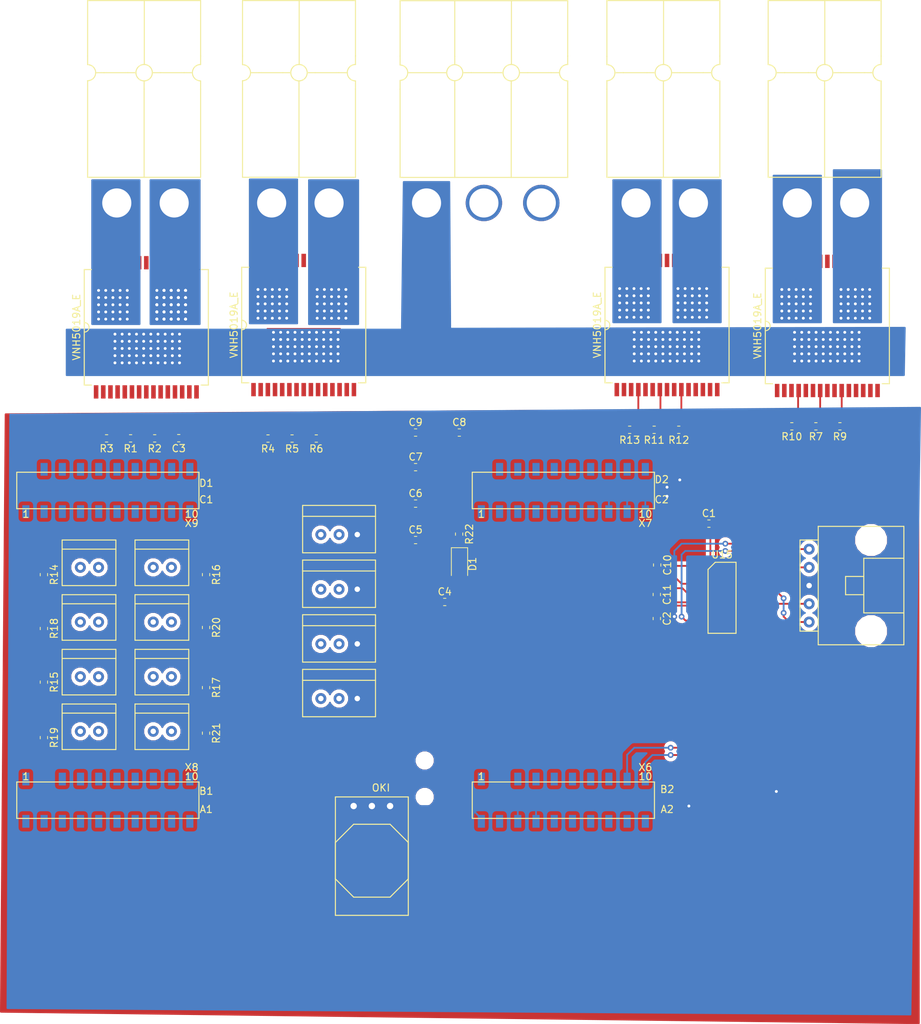
<source format=kicad_pcb>
(kicad_pcb (version 20171130) (host pcbnew "(5.0.0)")
  (layers (0 F.Cu signal) (31 B.Cu signal) (34 B.Paste user) (35 F.Paste user) (36 B.SilkS user) (37 F.SilkS user) (38 B.Mask user) (39 F.Mask user) (44 Edge.Cuts user))
  (net 0 "")
  (net 1 "Net-(R9-Pad1)")
  (net 2 IN_A4)
  (net 3 GND)
  (net 4 LS_7)
  (net 5 "Net-(R11-Pad1)")
  (net 6 MOTOR3_PWM)
  (net 7 MOTOR1_PWM)
  (net 8 "Net-(R1-Pad1)")
  (net 9 "Net-(R2-Pad1)")
  (net 10 IN_B1)
  (net 11 IN_A1)
  (net 12 "Net-(R3-Pad1)")
  (net 13 "Net-(R4-Pad1)")
  (net 14 IN_A2)
  (net 15 MOTO2_PWM)
  (net 16 "Net-(R5-Pad1)")
  (net 17 "Net-(R6-Pad1)")
  (net 18 IN_B2)
  (net 19 MOTOR4_PWM)
  (net 20 "Net-(R7-Pad1)")
  (net 21 LS_2)
  (net 22 IN_B3)
  (net 23 "Net-(R12-Pad1)")
  (net 24 "Net-(R13-Pad1)")
  (net 25 IN_A3)
  (net 26 LS_1)
  (net 27 LS_3)
  (net 28 LS_5)
  (net 29 LS_4)
  (net 30 LS_6)
  (net 31 LS_8)
  (net 32 Logic_3.3V)
  (net 33 "Net-(D1-Pad2)")
  (net 34 "Net-(R10-Pad1)")
  (net 35 "Net-(U3-PadPM6)")
  (net 36 "Net-(U3-PadPQ1)")
  (net 37 "Net-(U3-PadPQ2)")
  (net 38 "Net-(U3-PadPQ3)")
  (net 39 "Net-(U3-PadPP3)")
  (net 40 "Net-(U3-PadPQ0)")
  (net 41 "Net-(U3-PadRese)")
  (net 42 "Net-(U3-PadPA7)")
  (net 43 "Net-(U3-PadPN5)")
  (net 44 "Net-(U3-Pad+5V)")
  (net 45 "Net-(U3-PadPD2)")
  (net 46 Encoder3_PWM)
  (net 47 Encoder4_PWM)
  (net 48 "Net-(U3-PadPP4)")
  (net 49 "Net-(U3-PadPN4)")
  (net 50 "Net-(U3-PadPG1)")
  (net 51 "Net-(U3-PadPK4)")
  (net 52 "Net-(U3-PadPK5)")
  (net 53 "Net-(U3-PadPM0)")
  (net 54 "Net-(U3-PadPM1)")
  (net 55 "Net-(U3-PadPM2)")
  (net 56 "Net-(U3-PadPM7)")
  (net 57 "Net-(U3-PadPP5)")
  (net 58 RX_1_Tiva)
  (net 59 TX_1_Tiva)
  (net 60 "Net-(U3-PadPD3)")
  (net 61 "Net-(U3-PadPB2)")
  (net 62 "Net-(U3-PadPB3)")
  (net 63 MOTOR2_PWM)
  (net 64 Encoder1_PWM)
  (net 65 Encoder2_PWM)
  (net 66 "Net-(U3-PadPM3)")
  (net 67 "Net-(U3-PadPD1)")
  (net 68 "Net-(U3-PadPD0)")
  (net 69 "Net-(U3-PadPP2)")
  (net 70 "Net-(C10-Pad1)")
  (net 71 "Net-(C1-Pad1)")
  (net 72 "Net-(C10-Pad2)")
  (net 73 "Net-(C11-Pad1)")
  (net 74 "Net-(C11-Pad2)")
  (net 75 "Net-(C2-Pad1)")
  (net 76 RX_1_SL)
  (net 77 TX_1_SL)
  (net 78 +12V)
  (net 79 "Net-(U1-Pad2)")
  (net 80 VCC_12V)
  (net 81 "Net-(U1-Pad11)")
  (net 82 "Net-(U1-Pad14)")
  (net 83 "Net-(U1-Pad17)")
  (net 84 "Net-(U1-Pad22)")
  (net 85 "Net-(U1-Pad24)")
  (net 86 "Net-(U1-Pad29)")
  (net 87 "Net-(U2-Pad29)")
  (net 88 "Net-(U2-Pad24)")
  (net 89 "Net-(U2-Pad22)")
  (net 90 "Net-(U2-Pad17)")
  (net 91 "Net-(U2-Pad14)")
  (net 92 "Net-(U2-Pad11)")
  (net 93 "Net-(U2-Pad2)")
  (net 94 "Net-(U5-Pad2)")
  (net 95 "Net-(U5-Pad11)")
  (net 96 "Net-(U5-Pad14)")
  (net 97 "Net-(U5-Pad17)")
  (net 98 "Net-(U5-Pad22)")
  (net 99 "Net-(U5-Pad24)")
  (net 100 "Net-(U5-Pad29)")
  (net 101 "Net-(U6-Pad29)")
  (net 102 "Net-(U6-Pad24)")
  (net 103 "Net-(U6-Pad22)")
  (net 104 "Net-(U6-Pad17)")
  (net 105 "Net-(U6-Pad14)")
  (net 106 "Net-(U6-Pad11)")
  (net 107 "Net-(U6-Pad2)")
  (net 108 LOGIC_3.3V)
  (net 109 /Out_A1)
  (net 110 /Out_B1)
  (net 111 /Out_B2)
  (net 112 /Out_B3)
  (net 113 /Out_A3)
  (net 114 /Out_A4)
  (net 115 /Out_B4)
  (net 116 I_Sense_1)
  (net 117 I_Sense_2)
  (net 118 I_Sense_3)
  (net 119 I_Sense_4)
  (net 120 /V+Log)
  (net 121 /Out_A2)
  (net 122 IN_B4)
  (net 123 RX_2_SL)
  (net 124 TX_2_SL)
  (net 125 "Net-(U3-PadPC4)")
  (net 126 "Net-(U3-PadPC5)")
  (net 127 "Net-(U3-PadPL4)")
  (net 128 "Net-(U3-PadPL5)")
  (net 129 "Net-(U3-PadPL2)")
  (net 130 "Net-(U3-PadPL3)")
  (net 131 "Net-(U3-PadPN2)")
  (net 132 "Net-(U3-PadPN3)")
  (net 133 RX_2_Tiva)
  (net 134 TX_2_Tiva)
  (net 135 "Net-(U3-PadPE2)")
  (net 136 "Net-(U3-PadPE3)")
  (net 137 "Net-(U3-PadPF1)")
  (net 138 "Net-(U3-PadPG0)")
  (module MRDT_Connectors:MOLEX_SL_02_Vertical (layer F.Cu) (at 60.198 112.014)
    (fp_text reference U13 hide)
    (fp_text value Limit_Switch6)
    (pad 2 thru_hole circle (at 1.27 0) (size 1.524 1.524) (drill 0.762) (layers *.Cu *.Mask) (net 30 LS_6))
    (pad 1 thru_hole circle (at -1.27 0) (size 1.524 1.524) (drill 0.762) (layers *.Cu *.Mask) (net 32 Logic_3.3V))
  )
  (module MRDT_Connectors:MOLEX_SL_02_Vertical (layer F.Cu) (at 50.038 119.634)
    (fp_text reference U8 hide)
    (fp_text value Limit_Switch3)
    (pad 1 thru_hole circle (at -1.27 0) (size 1.524 1.524) (drill 0.762) (layers *.Cu *.Mask) (net 32 Logic_3.3V))
    (pad 2 thru_hole circle (at 1.27 0) (size 1.524 1.524) (drill 0.762) (layers *.Cu *.Mask) (net 27 LS_3))
  )
  (module Capacitor_SMD:C_0603_1608Metric_Pad1.05x0.95mm_HandSolder (layer F.Cu) (at 136.398 98.298)
    (fp_text reference C1 (at 0 -1.43) (layer F.SilkS))
    (fp_text value .1uF)
    (pad 1 smd roundrect (at -0.875 0) (size 1.05 0.95) (layers F.Cu F.Paste F.Mask) (net 71 "Net-(C1-Pad1)"))
    (pad 2 smd roundrect (at 0.875 0) (size 1.05 0.95) (layers F.Cu F.Paste F.Mask) (net 3 GND))
  )
  (module Capacitor_SMD:C_0603_1608Metric_Pad1.05x0.95mm_HandSolder (layer F.Cu) (at 129.1336 111.5314 270)
    (fp_text reference C2 (at 0 -1.43 270) (layer F.SilkS))
    (fp_text value .1uF)
    (pad 2 smd roundrect (at 0.875 0 270) (size 1.05 0.95) (layers F.Cu F.Paste F.Mask) (net 3 GND))
    (pad 1 smd roundrect (at -0.875 0 270) (size 1.05 0.95) (layers F.Cu F.Paste F.Mask) (net 75 "Net-(C2-Pad1)"))
  )
  (module Capacitor_SMD:C_0603_1608Metric_Pad1.05x0.95mm_HandSolder (layer F.Cu) (at 62.484 86.3854 180)
    (fp_text reference C3 (at 0 -1.43 180) (layer F.SilkS))
    (fp_text value .1u)
    (pad 1 smd roundrect (at -0.875 0 180) (size 1.05 0.95) (layers F.Cu F.Paste F.Mask) (net 80 VCC_12V))
    (pad 2 smd roundrect (at 0.875 0 180) (size 1.05 0.95) (layers F.Cu F.Paste F.Mask) (net 3 GND))
  )
  (module Capacitor_SMD:C_0603_1608Metric_Pad1.05x0.95mm_HandSolder (layer F.Cu) (at 99.568 109.22)
    (fp_text reference C4 (at 0 -1.43) (layer F.SilkS))
    (fp_text value 10u)
    (pad 2 smd roundrect (at 0.875 0) (size 1.05 0.95) (layers F.Cu F.Paste F.Mask) (net 3 GND))
    (pad 1 smd roundrect (at -0.875 0) (size 1.05 0.95) (layers F.Cu F.Paste F.Mask) (net 120 /V+Log))
  )
  (module Capacitor_SMD:C_0603_1608Metric_Pad1.05x0.95mm_HandSolder (layer F.Cu) (at 95.504 100.584)
    (fp_text reference C5 (at 0 -1.43) (layer F.SilkS))
    (fp_text value 10u)
    (pad 1 smd roundrect (at -0.875 0) (size 1.05 0.95) (layers F.Cu F.Paste F.Mask) (net 3 GND))
    (pad 2 smd roundrect (at 0.875 0) (size 1.05 0.95) (layers F.Cu F.Paste F.Mask) (net 32 Logic_3.3V))
  )
  (module Capacitor_SMD:C_0603_1608Metric_Pad1.05x0.95mm_HandSolder (layer F.Cu) (at 95.504 95.504)
    (fp_text reference C6 (at 0 -1.43) (layer F.SilkS))
    (fp_text value 10u)
    (pad 2 smd roundrect (at 0.875 0) (size 1.05 0.95) (layers F.Cu F.Paste F.Mask) (net 3 GND))
    (pad 1 smd roundrect (at -0.875 0) (size 1.05 0.95) (layers F.Cu F.Paste F.Mask) (net 80 VCC_12V))
  )
  (module Capacitor_SMD:C_0603_1608Metric_Pad1.05x0.95mm_HandSolder (layer F.Cu) (at 129.1336 108.1786 270)
    (fp_text reference C11 (at 0 -1.43 270) (layer F.SilkS))
    (fp_text value .1uF)
    (pad 1 smd roundrect (at -0.875 0 270) (size 1.05 0.95) (layers F.Cu F.Paste F.Mask) (net 73 "Net-(C11-Pad1)"))
    (pad 2 smd roundrect (at 0.875 0 270) (size 1.05 0.95) (layers F.Cu F.Paste F.Mask) (net 74 "Net-(C11-Pad2)"))
  )
  (module Capacitor_SMD:C_0603_1608Metric_Pad1.05x0.95mm_HandSolder (layer F.Cu) (at 129.1844 104.0638 270)
    (fp_text reference C10 (at 0 -1.43 270) (layer F.SilkS))
    (fp_text value .1uF)
    (pad 2 smd roundrect (at 0.875 0 270) (size 1.05 0.95) (layers F.Cu F.Paste F.Mask) (net 72 "Net-(C10-Pad2)"))
    (pad 1 smd roundrect (at -0.875 0 270) (size 1.05 0.95) (layers F.Cu F.Paste F.Mask) (net 70 "Net-(C10-Pad1)"))
  )
  (module Capacitor_SMD:C_0603_1608Metric_Pad1.05x0.95mm_HandSolder (layer F.Cu) (at 95.504 85.598)
    (fp_text reference C9 (at 0 -1.43) (layer F.SilkS))
    (fp_text value 10u)
    (pad 1 smd roundrect (at -0.875 0) (size 1.05 0.95) (layers F.Cu F.Paste F.Mask) (net 80 VCC_12V))
    (pad 2 smd roundrect (at 0.875 0) (size 1.05 0.95) (layers F.Cu F.Paste F.Mask) (net 3 GND))
  )
  (module Capacitor_SMD:C_0603_1608Metric_Pad1.05x0.95mm_HandSolder (layer F.Cu) (at 95.504 90.424)
    (fp_text reference C7 (at 0 -1.43) (layer F.SilkS))
    (fp_text value 10u)
    (pad 2 smd roundrect (at 0.875 0) (size 1.05 0.95) (layers F.Cu F.Paste F.Mask) (net 3 GND))
    (pad 1 smd roundrect (at -0.875 0) (size 1.05 0.95) (layers F.Cu F.Paste F.Mask) (net 80 VCC_12V))
  )
  (module Capacitor_SMD:C_0603_1608Metric_Pad1.05x0.95mm_HandSolder (layer F.Cu) (at 101.6 85.598)
    (fp_text reference C8 (at 0 -1.43) (layer F.SilkS))
    (fp_text value 10u)
    (pad 1 smd roundrect (at -0.875 0) (size 1.05 0.95) (layers F.Cu F.Paste F.Mask) (net 80 VCC_12V))
    (pad 2 smd roundrect (at 0.875 0) (size 1.05 0.95) (layers F.Cu F.Paste F.Mask) (net 3 GND))
  )
  (module Diode_SMD:D_1206_3216Metric (layer F.Cu) (at 101.6254 103.9368 270)
    (fp_text reference D1 (at 0 -1.82 270) (layer F.SilkS))
    (fp_text value LED)
    (pad 1 smd roundrect (at -1.4 0 270) (size 1.25 1.75) (layers F.Cu F.Paste F.Mask) (roundrect_rratio 0.2) (net 3 GND))
    (pad 2 smd roundrect (at 1.4 0 270) (size 1.25 1.75) (layers F.Cu F.Paste F.Mask) (roundrect_rratio 0.2) (net 33 "Net-(D1-Pad2)"))
  )
  (module MRDT_Connectors:Anderson_2_Horisontal_Side_by_Side (layer F.Cu) (at 122.175 50.0126 270)
    (fp_text reference Conn3 hide)
    (fp_text value AndersonPP)
    (pad 2 thru_hole circle (at 3.5814 -12.064 270) (size 5.08 5.08) (drill 4.06) (layers *.Cu *.Mask F.Paste) (net 112 /Out_B3))
    (pad 1 thru_hole circle (at 3.5814 -4.063 270) (size 5.08 5.08) (drill 4.06) (layers *.Cu *.Mask F.Paste) (net 113 /Out_A3))
  )
  (module MRDT_Connectors:Anderson_2_Horisontal_Side_by_Side (layer F.Cu) (at 144.653 50.0126 270)
    (fp_text reference Conn4 hide)
    (fp_text value AndersonPP)
    (pad 1 thru_hole circle (at 3.5814 -4.063 270) (size 5.08 5.08) (drill 4.06) (layers *.Cu *.Mask F.Paste) (net 114 /Out_A4))
    (pad 2 thru_hole circle (at 3.5814 -12.064 270) (size 5.08 5.08) (drill 4.06) (layers *.Cu *.Mask F.Paste) (net 115 /Out_B4))
  )
  (module MRDT_Connectors:Anderson_2_Horisontal_Side_by_Side (layer F.Cu) (at 49.785 50.0126 270)
    (fp_text reference Conn1 hide)
    (fp_text value AndersonPP)
    (pad 2 thru_hole circle (at 3.5814 -12.064 270) (size 5.08 5.08) (drill 4.06) (layers *.Cu *.Mask F.Paste) (net 110 /Out_B1))
    (pad 1 thru_hole circle (at 3.5814 -4.063 270) (size 5.08 5.08) (drill 4.06) (layers *.Cu *.Mask F.Paste) (net 109 /Out_A1))
  )
  (module MRDT_Connectors:Anderson_2_Horisontal_Side_by_Side (layer F.Cu) (at 71.375 50.0126 270)
    (fp_text reference Conn2 hide)
    (fp_text value AndersonPP)
    (pad 1 thru_hole circle (at 3.5814 -4.063 270) (size 5.08 5.08) (drill 4.06) (layers *.Cu *.Mask F.Paste) (net 121 /Out_A2))
    (pad 2 thru_hole circle (at 3.5814 -12.064 270) (size 5.08 5.08) (drill 4.06) (layers *.Cu *.Mask F.Paste) (net 111 /Out_B2))
  )
  (module MRDT_Connectors:Anderson_3_Horisontal_Side_by_Side (layer F.Cu) (at 93.344 50.0126 270)
    (fp_text reference Conn6 hide)
    (fp_text value Anderson-3)
    (pad 3 thru_hole circle (at 3.5814 -3.684 270) (size 5.08 5.08) (drill 4.06) (layers *.Cu *.Mask F.Paste) (net 80 VCC_12V))
    (pad 2 thru_hole circle (at 3.5814 -11.683 270) (size 5.08 5.08) (drill 4.06) (layers *.Cu *.Mask F.Paste) (net 120 /V+Log))
    (pad 1 thru_hole circle (at 3.5814 -19.684 270) (size 5.08 5.08) (drill 4.06) (layers *.Cu *.Mask F.Paste) (net 3 GND))
  )
  (module MRDT_Connectors:MOLEX_SL_02_Vertical (layer F.Cu) (at 50.038 104.394)
    (fp_text reference U7 hide)
    (fp_text value Limit_Switch1)
    (pad 2 thru_hole circle (at 1.27 0) (size 1.524 1.524) (drill 0.762) (layers *.Cu *.Mask) (net 26 LS_1))
    (pad 1 thru_hole circle (at -1.27 0) (size 1.524 1.524) (drill 0.762) (layers *.Cu *.Mask) (net 32 Logic_3.3V))
  )
  (module MRDT_Connectors:MOLEX_SL_02_Vertical (layer F.Cu) (at 60.198 104.394)
    (fp_text reference U9 hide)
    (fp_text value Limit_Switch5)
    (pad 2 thru_hole circle (at 1.27 0) (size 1.524 1.524) (drill 0.762) (layers *.Cu *.Mask) (net 28 LS_5))
    (pad 1 thru_hole circle (at -1.27 0) (size 1.524 1.524) (drill 0.762) (layers *.Cu *.Mask) (net 32 Logic_3.3V))
  )
  (module MRDT_Connectors:MOLEX_SL_02_Vertical (layer F.Cu) (at 60.198 119.634)
    (fp_text reference U10 hide)
    (fp_text value Limit_Switch7)
    (pad 1 thru_hole circle (at -1.27 0) (size 1.524 1.524) (drill 0.762) (layers *.Cu *.Mask) (net 32 Logic_3.3V))
    (pad 2 thru_hole circle (at 1.27 0) (size 1.524 1.524) (drill 0.762) (layers *.Cu *.Mask) (net 4 LS_7))
  )
  (module MRDT_Connectors:MOLEX_SL_02_Vertical (layer F.Cu) (at 50.038 112.014)
    (fp_text reference U11 hide)
    (fp_text value Limit_Switch2)
    (pad 2 thru_hole circle (at 1.27 0) (size 1.524 1.524) (drill 0.762) (layers *.Cu *.Mask) (net 21 LS_2))
    (pad 1 thru_hole circle (at -1.27 0) (size 1.524 1.524) (drill 0.762) (layers *.Cu *.Mask) (net 32 Logic_3.3V))
  )
  (module MRDT_Connectors:MOLEX_SL_02_Vertical (layer F.Cu) (at 50.038 127.254)
    (fp_text reference U12 hide)
    (fp_text value Limit_Switch4)
    (pad 1 thru_hole circle (at -1.27 0) (size 1.524 1.524) (drill 0.762) (layers *.Cu *.Mask) (net 32 Logic_3.3V))
    (pad 2 thru_hole circle (at 1.27 0) (size 1.524 1.524) (drill 0.762) (layers *.Cu *.Mask) (net 29 LS_4))
  )
  (module MRDT_Connectors:MOLEX_SL_02_Vertical (layer F.Cu) (at 60.198 127.254)
    (fp_text reference U14 hide)
    (fp_text value Limit_Switch8)
    (pad 1 thru_hole circle (at -1.27 0) (size 1.524 1.524) (drill 0.762) (layers *.Cu *.Mask) (net 32 Logic_3.3V))
    (pad 2 thru_hole circle (at 1.27 0) (size 1.524 1.524) (drill 0.762) (layers *.Cu *.Mask) (net 31 LS_8))
  )
  (module MRDT_Connectors:MOLEX_SL_03_Vertical (layer F.Cu) (at 79.756 97.282)
    (fp_text reference U17 hide)
    (fp_text value Encoder_1)
    (pad 3 thru_hole circle (at 7.62 2.54) (size 1.524 1.524) (drill 0.762) (layers *.Cu *.Mask) (net 3 GND))
    (pad 2 thru_hole circle (at 5.08 2.54) (size 1.524 1.524) (drill 0.762) (layers *.Cu *.Mask) (net 64 Encoder1_PWM))
    (pad 1 thru_hole circle (at 2.54 2.54) (size 1.524 1.524) (drill 0.762) (layers *.Cu *.Mask) (net 108 LOGIC_3.3V))
  )
  (module MRDT_Connectors:MOLEX_SL_03_Vertical (layer F.Cu) (at 79.756 104.902)
    (fp_text reference U19 hide)
    (fp_text value Encoder_2)
    (pad 1 thru_hole circle (at 2.54 2.54) (size 1.524 1.524) (drill 0.762) (layers *.Cu *.Mask) (net 108 LOGIC_3.3V))
    (pad 2 thru_hole circle (at 5.08 2.54) (size 1.524 1.524) (drill 0.762) (layers *.Cu *.Mask) (net 65 Encoder2_PWM))
    (pad 3 thru_hole circle (at 7.62 2.54) (size 1.524 1.524) (drill 0.762) (layers *.Cu *.Mask) (net 3 GND))
  )
  (module MRDT_Connectors:MOLEX_SL_03_Vertical (layer F.Cu) (at 79.756 112.522)
    (fp_text reference U18 hide)
    (fp_text value Encoder_3)
    (pad 3 thru_hole circle (at 7.62 2.54) (size 1.524 1.524) (drill 0.762) (layers *.Cu *.Mask) (net 3 GND))
    (pad 2 thru_hole circle (at 5.08 2.54) (size 1.524 1.524) (drill 0.762) (layers *.Cu *.Mask) (net 46 Encoder3_PWM))
    (pad 1 thru_hole circle (at 2.54 2.54) (size 1.524 1.524) (drill 0.762) (layers *.Cu *.Mask) (net 108 LOGIC_3.3V))
  )
  (module MRDT_Connectors:MOLEX_SL_03_Vertical (layer F.Cu) (at 79.756 120.142)
    (fp_text reference U20 hide)
    (fp_text value Encoder_4)
    (pad 1 thru_hole circle (at 2.54 2.54) (size 1.524 1.524) (drill 0.762) (layers *.Cu *.Mask) (net 108 LOGIC_3.3V))
    (pad 2 thru_hole circle (at 5.08 2.54) (size 1.524 1.524) (drill 0.762) (layers *.Cu *.Mask) (net 46 Encoder3_PWM))
    (pad 3 thru_hole circle (at 7.62 2.54) (size 1.524 1.524) (drill 0.762) (layers *.Cu *.Mask) (net 3 GND))
  )
  (module MRDT_Devices:OKI_Horizontal (layer F.Cu) (at 84.328 136.398)
    (fp_text reference U16 hide)
    (fp_text value OKI (at 6.35 -1.27) (layer F.SilkS))
    (pad 1 thru_hole circle (at 2.54 1.27) (size 1.524 1.524) (drill 0.889) (layers *.Cu *.Mask) (net 120 /V+Log))
    (pad 2 thru_hole circle (at 5.08 1.27) (size 1.524 1.524) (drill 0.889) (layers *.Cu *.Mask) (net 3 GND))
    (pad 3 thru_hole circle (at 7.62 1.27) (size 1.524 1.524) (drill 0.889) (layers *.Cu *.Mask) (net 32 Logic_3.3V))
  )
  (module MRDT_ICs:MultiPowerSO_30 (layer F.Cu) (at 130.556 70.612 90)
    (fp_text reference U6 hide)
    (fp_text value VNH5019A_E (at 0.0254 -9.7282 90) (layer F.SilkS))
    (pad 33 smd rect (at 3.048 4.1656 90) (size 5.2578 6.223) (layers F.Cu F.Paste F.Mask) (net 112 /Out_B3))
    (pad 32 smd rect (at -3.048 0 90) (size 5.2578 10.3124) (layers F.Cu F.Paste F.Mask) (net 80 VCC_12V))
    (pad 31 smd rect (at 3.048 -4.1656 90) (size 5.2578 6.223) (layers F.Cu F.Paste F.Mask) (net 113 /Out_A3))
    (pad 30 smd rect (at 9.0043 -7.000001 90) (size 1.8542 0.635) (layers F.Cu F.Paste F.Mask) (net 113 /Out_A3))
    (pad 29 smd rect (at 9.0043 -6.000001 90) (size 1.8542 0.635) (layers F.Cu F.Paste F.Mask) (net 101 "Net-(U6-Pad29)"))
    (pad 28 smd rect (at 9.0043 -5 90) (size 1.8542 0.635) (layers F.Cu F.Paste F.Mask) (net 3 GND))
    (pad 27 smd rect (at 9.0043 -4 90) (size 1.8542 0.635) (layers F.Cu F.Paste F.Mask) (net 3 GND))
    (pad 26 smd rect (at 9.0043 -2.999999 90) (size 1.8542 0.635) (layers F.Cu F.Paste F.Mask) (net 3 GND))
    (pad 25 smd rect (at 9.0043 -2.000001 90) (size 1.8542 0.635) (layers F.Cu F.Paste F.Mask) (net 113 /Out_A3))
    (pad 24 smd rect (at 9.0043 -1.000001 90) (size 1.8542 0.635) (layers F.Cu F.Paste F.Mask) (net 102 "Net-(U6-Pad24)"))
    (pad 23 smd rect (at 9.0043 0 90) (size 1.8542 0.635) (layers F.Cu F.Paste F.Mask) (net 80 VCC_12V))
    (pad 22 smd rect (at 9.0043 1.000001 90) (size 1.8542 0.635) (layers F.Cu F.Paste F.Mask) (net 103 "Net-(U6-Pad22)"))
    (pad 21 smd rect (at 9.0043 2.000001 90) (size 1.8542 0.635) (layers F.Cu F.Paste F.Mask) (net 112 /Out_B3))
    (pad 20 smd rect (at 9.0043 2.999999 90) (size 1.8542 0.635) (layers F.Cu F.Paste F.Mask) (net 3 GND))
    (pad 19 smd rect (at 9.0043 4 90) (size 1.8542 0.635) (layers F.Cu F.Paste F.Mask) (net 3 GND))
    (pad 18 smd rect (at 9.0043 5 90) (size 1.8542 0.635) (layers F.Cu F.Paste F.Mask) (net 3 GND))
    (pad 17 smd rect (at 9.0043 6.000001 90) (size 1.8542 0.635) (layers F.Cu F.Paste F.Mask) (net 104 "Net-(U6-Pad17)"))
    (pad 16 smd rect (at 9.0043 6.999999 90) (size 1.8542 0.635) (layers F.Cu F.Paste F.Mask) (net 112 /Out_B3))
    (pad 15 smd rect (at -9.0043 7.000001 90) (size 1.8542 0.635) (layers F.Cu F.Paste F.Mask) (net 112 /Out_B3))
    (pad 14 smd rect (at -9.0043 6.000001 90) (size 1.8542 0.635) (layers F.Cu F.Paste F.Mask) (net 105 "Net-(U6-Pad14)"))
    (pad 13 smd rect (at -9.0043 5 90) (size 1.8542 0.635) (layers F.Cu F.Paste F.Mask) (net 80 VCC_12V))
    (pad 12 smd rect (at -9.0043 4 90) (size 1.8542 0.635) (layers F.Cu F.Paste F.Mask) (net 80 VCC_12V))
    (pad 11 smd rect (at -9.0043 2.999999 90) (size 1.8542 0.635) (layers F.Cu F.Paste F.Mask) (net 106 "Net-(U6-Pad11)"))
    (pad 10 smd rect (at -9.0043 2.000001 90) (size 1.8542 0.635) (layers F.Cu F.Paste F.Mask) (net 23 "Net-(R12-Pad1)"))
    (pad 9 smd rect (at -9.0043 1.000001 90) (size 1.8542 0.635) (layers F.Cu F.Paste F.Mask) (net 32 Logic_3.3V))
    (pad 8 smd rect (at -9.0043 0 90) (size 1.8542 0.635) (layers F.Cu F.Paste F.Mask) (net 118 I_Sense_3))
    (pad 7 smd rect (at -9.0043 -1.000001 90) (size 1.8542 0.635) (layers F.Cu F.Paste F.Mask) (net 5 "Net-(R11-Pad1)"))
    (pad 6 smd rect (at -9.0043 -2.000001 90) (size 1.8542 0.635) (layers F.Cu F.Paste F.Mask) (net 32 Logic_3.3V))
    (pad 5 smd rect (at -9.0043 -2.999999 90) (size 1.8542 0.635) (layers F.Cu F.Paste F.Mask) (net 32 Logic_3.3V))
    (pad 4 smd rect (at -9.0043 -4 90) (size 1.8542 0.635) (layers F.Cu F.Paste F.Mask) (net 24 "Net-(R13-Pad1)"))
    (pad 3 smd rect (at -9.0043 -5 90) (size 1.8542 0.635) (layers F.Cu F.Paste F.Mask) (net 80 VCC_12V))
    (pad 2 smd rect (at -9.0043 -6.000001 90) (size 1.8542 0.635) (layers F.Cu F.Paste F.Mask) (net 107 "Net-(U6-Pad2)"))
    (pad 1 smd rect (at -9.0043 -6.999999 90) (size 1.8542 0.635) (layers F.Cu F.Paste F.Mask) (net 113 /Out_A3))
  )
  (module MRDT_ICs:MultiPowerSO_30 (layer F.Cu) (at 152.908 70.739 90)
    (fp_text reference U5 hide)
    (fp_text value VNH5019A_E (at 0.0254 -9.7282 90) (layer F.SilkS))
    (pad 1 smd rect (at -9.0043 -6.999999 90) (size 1.8542 0.635) (layers F.Cu F.Paste F.Mask) (net 114 /Out_A4))
    (pad 2 smd rect (at -9.0043 -6.000001 90) (size 1.8542 0.635) (layers F.Cu F.Paste F.Mask) (net 94 "Net-(U5-Pad2)"))
    (pad 3 smd rect (at -9.0043 -5 90) (size 1.8542 0.635) (layers F.Cu F.Paste F.Mask) (net 80 VCC_12V))
    (pad 4 smd rect (at -9.0043 -4 90) (size 1.8542 0.635) (layers F.Cu F.Paste F.Mask) (net 34 "Net-(R10-Pad1)"))
    (pad 5 smd rect (at -9.0043 -2.999999 90) (size 1.8542 0.635) (layers F.Cu F.Paste F.Mask) (net 32 Logic_3.3V))
    (pad 6 smd rect (at -9.0043 -2.000001 90) (size 1.8542 0.635) (layers F.Cu F.Paste F.Mask) (net 32 Logic_3.3V))
    (pad 7 smd rect (at -9.0043 -1.000001 90) (size 1.8542 0.635) (layers F.Cu F.Paste F.Mask) (net 20 "Net-(R7-Pad1)"))
    (pad 8 smd rect (at -9.0043 0 90) (size 1.8542 0.635) (layers F.Cu F.Paste F.Mask) (net 119 I_Sense_4))
    (pad 9 smd rect (at -9.0043 1.000001 90) (size 1.8542 0.635) (layers F.Cu F.Paste F.Mask) (net 32 Logic_3.3V))
    (pad 10 smd rect (at -9.0043 2.000001 90) (size 1.8542 0.635) (layers F.Cu F.Paste F.Mask) (net 1 "Net-(R9-Pad1)"))
    (pad 11 smd rect (at -9.0043 2.999999 90) (size 1.8542 0.635) (layers F.Cu F.Paste F.Mask) (net 95 "Net-(U5-Pad11)"))
    (pad 12 smd rect (at -9.0043 4 90) (size 1.8542 0.635) (layers F.Cu F.Paste F.Mask) (net 80 VCC_12V))
    (pad 13 smd rect (at -9.0043 5 90) (size 1.8542 0.635) (layers F.Cu F.Paste F.Mask) (net 80 VCC_12V))
    (pad 14 smd rect (at -9.0043 6.000001 90) (size 1.8542 0.635) (layers F.Cu F.Paste F.Mask) (net 96 "Net-(U5-Pad14)"))
    (pad 15 smd rect (at -9.0043 7.000001 90) (size 1.8542 0.635) (layers F.Cu F.Paste F.Mask) (net 115 /Out_B4))
    (pad 16 smd rect (at 9.0043 6.999999 90) (size 1.8542 0.635) (layers F.Cu F.Paste F.Mask) (net 115 /Out_B4))
    (pad 17 smd rect (at 9.0043 6.000001 90) (size 1.8542 0.635) (layers F.Cu F.Paste F.Mask) (net 97 "Net-(U5-Pad17)"))
    (pad 18 smd rect (at 9.0043 5 90) (size 1.8542 0.635) (layers F.Cu F.Paste F.Mask) (net 3 GND))
    (pad 19 smd rect (at 9.0043 4 90) (size 1.8542 0.635) (layers F.Cu F.Paste F.Mask) (net 3 GND))
    (pad 20 smd rect (at 9.0043 2.999999 90) (size 1.8542 0.635) (layers F.Cu F.Paste F.Mask) (net 3 GND))
    (pad 21 smd rect (at 9.0043 2.000001 90) (size 1.8542 0.635) (layers F.Cu F.Paste F.Mask) (net 115 /Out_B4))
    (pad 22 smd rect (at 9.0043 1.000001 90) (size 1.8542 0.635) (layers F.Cu F.Paste F.Mask) (net 98 "Net-(U5-Pad22)"))
    (pad 23 smd rect (at 9.0043 0 90) (size 1.8542 0.635) (layers F.Cu F.Paste F.Mask) (net 80 VCC_12V))
    (pad 24 smd rect (at 9.0043 -1.000001 90) (size 1.8542 0.635) (layers F.Cu F.Paste F.Mask) (net 99 "Net-(U5-Pad24)"))
    (pad 25 smd rect (at 9.0043 -2.000001 90) (size 1.8542 0.635) (layers F.Cu F.Paste F.Mask) (net 114 /Out_A4))
    (pad 26 smd rect (at 9.0043 -2.999999 90) (size 1.8542 0.635) (layers F.Cu F.Paste F.Mask) (net 3 GND))
    (pad 27 smd rect (at 9.0043 -4 90) (size 1.8542 0.635) (layers F.Cu F.Paste F.Mask) (net 3 GND))
    (pad 28 smd rect (at 9.0043 -5 90) (size 1.8542 0.635) (layers F.Cu F.Paste F.Mask) (net 3 GND))
    (pad 29 smd rect (at 9.0043 -6.000001 90) (size 1.8542 0.635) (layers F.Cu F.Paste F.Mask) (net 100 "Net-(U5-Pad29)"))
    (pad 30 smd rect (at 9.0043 -7.000001 90) (size 1.8542 0.635) (layers F.Cu F.Paste F.Mask) (net 114 /Out_A4))
    (pad 31 smd rect (at 3.048 -4.1656 90) (size 5.2578 6.223) (layers F.Cu F.Paste F.Mask) (net 114 /Out_A4))
    (pad 32 smd rect (at -3.048 0 90) (size 5.2578 10.3124) (layers F.Cu F.Paste F.Mask) (net 80 VCC_12V))
    (pad 33 smd rect (at 3.048 4.1656 90) (size 5.2578 6.223) (layers F.Cu F.Paste F.Mask) (net 115 /Out_B4))
  )
  (module MRDT_ICs:MultiPowerSO_30 (layer F.Cu) (at 79.9084 70.612 90)
    (fp_text reference U2 hide)
    (fp_text value VNH5019A_E (at 0.0254 -9.7282 90) (layer F.SilkS))
    (pad 33 smd rect (at 3.048 4.1656 90) (size 5.2578 6.223) (layers F.Cu F.Paste F.Mask) (net 111 /Out_B2))
    (pad 32 smd rect (at -3.048 0 90) (size 5.2578 10.3124) (layers F.Cu F.Paste F.Mask) (net 80 VCC_12V))
    (pad 31 smd rect (at 3.048 -4.1656 90) (size 5.2578 6.223) (layers F.Cu F.Paste F.Mask) (net 121 /Out_A2))
    (pad 30 smd rect (at 9.0043 -7.000001 90) (size 1.8542 0.635) (layers F.Cu F.Paste F.Mask) (net 121 /Out_A2))
    (pad 29 smd rect (at 9.0043 -6.000001 90) (size 1.8542 0.635) (layers F.Cu F.Paste F.Mask) (net 87 "Net-(U2-Pad29)"))
    (pad 28 smd rect (at 9.0043 -5 90) (size 1.8542 0.635) (layers F.Cu F.Paste F.Mask) (net 3 GND))
    (pad 27 smd rect (at 9.0043 -4 90) (size 1.8542 0.635) (layers F.Cu F.Paste F.Mask) (net 3 GND))
    (pad 26 smd rect (at 9.0043 -2.999999 90) (size 1.8542 0.635) (layers F.Cu F.Paste F.Mask) (net 3 GND))
    (pad 25 smd rect (at 9.0043 -2.000001 90) (size 1.8542 0.635) (layers F.Cu F.Paste F.Mask) (net 121 /Out_A2))
    (pad 24 smd rect (at 9.0043 -1.000001 90) (size 1.8542 0.635) (layers F.Cu F.Paste F.Mask) (net 88 "Net-(U2-Pad24)"))
    (pad 23 smd rect (at 9.0043 0 90) (size 1.8542 0.635) (layers F.Cu F.Paste F.Mask) (net 80 VCC_12V))
    (pad 22 smd rect (at 9.0043 1.000001 90) (size 1.8542 0.635) (layers F.Cu F.Paste F.Mask) (net 89 "Net-(U2-Pad22)"))
    (pad 21 smd rect (at 9.0043 2.000001 90) (size 1.8542 0.635) (layers F.Cu F.Paste F.Mask) (net 111 /Out_B2))
    (pad 20 smd rect (at 9.0043 2.999999 90) (size 1.8542 0.635) (layers F.Cu F.Paste F.Mask) (net 3 GND))
    (pad 19 smd rect (at 9.0043 4 90) (size 1.8542 0.635) (layers F.Cu F.Paste F.Mask) (net 3 GND))
    (pad 18 smd rect (at 9.0043 5 90) (size 1.8542 0.635) (layers F.Cu F.Paste F.Mask) (net 3 GND))
    (pad 17 smd rect (at 9.0043 6.000001 90) (size 1.8542 0.635) (layers F.Cu F.Paste F.Mask) (net 90 "Net-(U2-Pad17)"))
    (pad 16 smd rect (at 9.0043 6.999999 90) (size 1.8542 0.635) (layers F.Cu F.Paste F.Mask) (net 111 /Out_B2))
    (pad 15 smd rect (at -9.0043 7.000001 90) (size 1.8542 0.635) (layers F.Cu F.Paste F.Mask) (net 111 /Out_B2))
    (pad 14 smd rect (at -9.0043 6.000001 90) (size 1.8542 0.635) (layers F.Cu F.Paste F.Mask) (net 91 "Net-(U2-Pad14)"))
    (pad 13 smd rect (at -9.0043 5 90) (size 1.8542 0.635) (layers F.Cu F.Paste F.Mask) (net 80 VCC_12V))
    (pad 12 smd rect (at -9.0043 4 90) (size 1.8542 0.635) (layers F.Cu F.Paste F.Mask) (net 80 VCC_12V))
    (pad 11 smd rect (at -9.0043 2.999999 90) (size 1.8542 0.635) (layers F.Cu F.Paste F.Mask) (net 92 "Net-(U2-Pad11)"))
    (pad 10 smd rect (at -9.0043 2.000001 90) (size 1.8542 0.635) (layers F.Cu F.Paste F.Mask) (net 17 "Net-(R6-Pad1)"))
    (pad 9 smd rect (at -9.0043 1.000001 90) (size 1.8542 0.635) (layers F.Cu F.Paste F.Mask) (net 32 Logic_3.3V))
    (pad 8 smd rect (at -9.0043 0 90) (size 1.8542 0.635) (layers F.Cu F.Paste F.Mask) (net 117 I_Sense_2))
    (pad 7 smd rect (at -9.0043 -1.000001 90) (size 1.8542 0.635) (layers F.Cu F.Paste F.Mask) (net 16 "Net-(R5-Pad1)"))
    (pad 6 smd rect (at -9.0043 -2.000001 90) (size 1.8542 0.635) (layers F.Cu F.Paste F.Mask) (net 32 Logic_3.3V))
    (pad 5 smd rect (at -9.0043 -2.999999 90) (size 1.8542 0.635) (layers F.Cu F.Paste F.Mask) (net 32 Logic_3.3V))
    (pad 4 smd rect (at -9.0043 -4 90) (size 1.8542 0.635) (layers F.Cu F.Paste F.Mask) (net 13 "Net-(R4-Pad1)"))
    (pad 3 smd rect (at -9.0043 -5 90) (size 1.8542 0.635) (layers F.Cu F.Paste F.Mask) (net 80 VCC_12V))
    (pad 2 smd rect (at -9.0043 -6.000001 90) (size 1.8542 0.635) (layers F.Cu F.Paste F.Mask) (net 93 "Net-(U2-Pad2)"))
    (pad 1 smd rect (at -9.0043 -6.999999 90) (size 1.8542 0.635) (layers F.Cu F.Paste F.Mask) (net 121 /Out_A2))
  )
  (module MRDT_ICs:MultiPowerSO_30 (layer F.Cu) (at 57.9628 70.9295 90)
    (fp_text reference U1 hide)
    (fp_text value VNH5019A_E (at 0.0254 -9.7282 90) (layer F.SilkS))
    (pad 1 smd rect (at -9.0043 -6.999999 90) (size 1.8542 0.635) (layers F.Cu F.Paste F.Mask) (net 109 /Out_A1))
    (pad 2 smd rect (at -9.0043 -6.000001 90) (size 1.8542 0.635) (layers F.Cu F.Paste F.Mask) (net 79 "Net-(U1-Pad2)"))
    (pad 3 smd rect (at -9.0043 -5 90) (size 1.8542 0.635) (layers F.Cu F.Paste F.Mask) (net 80 VCC_12V))
    (pad 4 smd rect (at -9.0043 -4 90) (size 1.8542 0.635) (layers F.Cu F.Paste F.Mask) (net 12 "Net-(R3-Pad1)"))
    (pad 5 smd rect (at -9.0043 -2.999999 90) (size 1.8542 0.635) (layers F.Cu F.Paste F.Mask) (net 32 Logic_3.3V))
    (pad 6 smd rect (at -9.0043 -2.000001 90) (size 1.8542 0.635) (layers F.Cu F.Paste F.Mask) (net 32 Logic_3.3V))
    (pad 7 smd rect (at -9.0043 -1.000001 90) (size 1.8542 0.635) (layers F.Cu F.Paste F.Mask) (net 8 "Net-(R1-Pad1)"))
    (pad 8 smd rect (at -9.0043 0 90) (size 1.8542 0.635) (layers F.Cu F.Paste F.Mask) (net 116 I_Sense_1))
    (pad 9 smd rect (at -9.0043 1.000001 90) (size 1.8542 0.635) (layers F.Cu F.Paste F.Mask) (net 32 Logic_3.3V))
    (pad 10 smd rect (at -9.0043 2.000001 90) (size 1.8542 0.635) (layers F.Cu F.Paste F.Mask) (net 9 "Net-(R2-Pad1)"))
    (pad 11 smd rect (at -9.0043 2.999999 90) (size 1.8542 0.635) (layers F.Cu F.Paste F.Mask) (net 81 "Net-(U1-Pad11)"))
    (pad 12 smd rect (at -9.0043 4 90) (size 1.8542 0.635) (layers F.Cu F.Paste F.Mask) (net 80 VCC_12V))
    (pad 13 smd rect (at -9.0043 5 90) (size 1.8542 0.635) (layers F.Cu F.Paste F.Mask) (net 80 VCC_12V))
    (pad 14 smd rect (at -9.0043 6.000001 90) (size 1.8542 0.635) (layers F.Cu F.Paste F.Mask) (net 82 "Net-(U1-Pad14)"))
    (pad 15 smd rect (at -9.0043 7.000001 90) (size 1.8542 0.635) (layers F.Cu F.Paste F.Mask) (net 110 /Out_B1))
    (pad 16 smd rect (at 9.0043 6.999999 90) (size 1.8542 0.635) (layers F.Cu F.Paste F.Mask) (net 110 /Out_B1))
    (pad 17 smd rect (at 9.0043 6.000001 90) (size 1.8542 0.635) (layers F.Cu F.Paste F.Mask) (net 83 "Net-(U1-Pad17)"))
    (pad 18 smd rect (at 9.0043 5 90) (size 1.8542 0.635) (layers F.Cu F.Paste F.Mask) (net 3 GND))
    (pad 19 smd rect (at 9.0043 4 90) (size 1.8542 0.635) (layers F.Cu F.Paste F.Mask) (net 3 GND))
    (pad 20 smd rect (at 9.0043 2.999999 90) (size 1.8542 0.635) (layers F.Cu F.Paste F.Mask) (net 3 GND))
    (pad 21 smd rect (at 9.0043 2.000001 90) (size 1.8542 0.635) (layers F.Cu F.Paste F.Mask) (net 110 /Out_B1))
    (pad 22 smd rect (at 9.0043 1.000001 90) (size 1.8542 0.635) (layers F.Cu F.Paste F.Mask) (net 84 "Net-(U1-Pad22)"))
    (pad 23 smd rect (at 9.0043 0 90) (size 1.8542 0.635) (layers F.Cu F.Paste F.Mask) (net 80 VCC_12V))
    (pad 24 smd rect (at 9.0043 -1.000001 90) (size 1.8542 0.635) (layers F.Cu F.Paste F.Mask) (net 85 "Net-(U1-Pad24)"))
    (pad 25 smd rect (at 9.0043 -2.000001 90) (size 1.8542 0.635) (layers F.Cu F.Paste F.Mask) (net 109 /Out_A1))
    (pad 26 smd rect (at 9.0043 -2.999999 90) (size 1.8542 0.635) (layers F.Cu F.Paste F.Mask) (net 3 GND))
    (pad 27 smd rect (at 9.0043 -4 90) (size 1.8542 0.635) (layers F.Cu F.Paste F.Mask) (net 3 GND))
    (pad 28 smd rect (at 9.0043 -5 90) (size 1.8542 0.635) (layers F.Cu F.Paste F.Mask) (net 3 GND))
    (pad 29 smd rect (at 9.0043 -6.000001 90) (size 1.8542 0.635) (layers F.Cu F.Paste F.Mask) (net 86 "Net-(U1-Pad29)"))
    (pad 30 smd rect (at 9.0043 -7.000001 90) (size 1.8542 0.635) (layers F.Cu F.Paste F.Mask) (net 109 /Out_A1))
    (pad 31 smd rect (at 3.048 -4.1656 90) (size 5.2578 6.223) (layers F.Cu F.Paste F.Mask) (net 109 /Out_A1))
    (pad 32 smd rect (at -3.048 0 90) (size 5.2578 10.3124) (layers F.Cu F.Paste F.Mask) (net 80 VCC_12V))
    (pad 33 smd rect (at 3.048 4.1656 90) (size 5.2578 6.223) (layers F.Cu F.Paste F.Mask) (net 110 /Out_B1))
  )
  (module MRDT_ICs:SOIC_16_3.9x9.9mm_Pitch1.27mm (layer F.Cu) (at 138.2268 108.6358)
    (fp_text reference U15 (at 0 -6) (layer F.SilkS))
    (fp_text value MAX_3232)
    (pad 1 smd rect (at -2.7 -4.445) (size 1.5 0.6) (layers F.Cu F.Paste F.Mask) (net 70 "Net-(C10-Pad1)"))
    (pad 2 smd rect (at -2.7 -3.175) (size 1.5 0.6) (layers F.Cu F.Paste F.Mask) (net 71 "Net-(C1-Pad1)"))
    (pad 3 smd rect (at -2.7 -1.905) (size 1.5 0.6) (layers F.Cu F.Paste F.Mask) (net 72 "Net-(C10-Pad2)"))
    (pad 4 smd rect (at -2.7 -0.635) (size 1.5 0.6) (layers F.Cu F.Paste F.Mask) (net 73 "Net-(C11-Pad1)"))
    (pad 5 smd rect (at -2.7 0.635) (size 1.5 0.6) (layers F.Cu F.Paste F.Mask) (net 74 "Net-(C11-Pad2)"))
    (pad 6 smd rect (at -2.7 1.905) (size 1.5 0.6) (layers F.Cu F.Paste F.Mask) (net 75 "Net-(C2-Pad1)"))
    (pad 7 smd rect (at -2.7 3.175) (size 1.5 0.6) (layers F.Cu F.Paste F.Mask) (net 124 TX_2_SL))
    (pad 8 smd rect (at -2.7 4.445) (size 1.5 0.6) (layers F.Cu F.Paste F.Mask) (net 123 RX_2_SL))
    (pad 9 smd rect (at 2.7 4.445) (size 1.5 0.6) (layers F.Cu F.Paste F.Mask) (net 133 RX_2_Tiva))
    (pad 10 smd rect (at 2.7 3.175) (size 1.5 0.6) (layers F.Cu F.Paste F.Mask) (net 134 TX_2_Tiva))
    (pad 11 smd rect (at 2.7 1.905) (size 1.5 0.6) (layers F.Cu F.Paste F.Mask) (net 59 TX_1_Tiva))
    (pad 12 smd rect (at 2.7 0.635) (size 1.5 0.6) (layers F.Cu F.Paste F.Mask) (net 58 RX_1_Tiva))
    (pad 13 smd rect (at 2.7 -0.635) (size 1.5 0.6) (layers F.Cu F.Paste F.Mask) (net 76 RX_1_SL))
    (pad 14 smd rect (at 2.7 -1.905) (size 1.5 0.6) (layers F.Cu F.Paste F.Mask) (net 77 TX_1_SL))
    (pad 15 smd rect (at 2.7 -3.175) (size 1.5 0.6) (layers F.Cu F.Paste F.Mask) (net 3 GND))
    (pad 16 smd rect (at 2.7 -4.445) (size 1.5 0.6) (layers F.Cu F.Paste F.Mask) (net 78 +12V))
  )
  (module Resistor_SMD:R_0603_1608Metric_Pad1.05x0.95mm_HandSolder (layer F.Cu) (at 147.955 84.7344 180)
    (fp_text reference R10 (at 0 -1.43 180) (layer F.SilkS))
    (fp_text value 1K)
    (pad 1 smd roundrect (at -0.875 0 180) (size 1.05 0.95) (layers F.Cu F.Paste F.Mask) (net 34 "Net-(R10-Pad1)"))
    (pad 2 smd roundrect (at 0.875 0 180) (size 1.05 0.95) (layers F.Cu F.Paste F.Mask) (net 2 IN_A4))
  )
  (module Resistor_SMD:R_0603_1608Metric_Pad1.05x0.95mm_HandSolder (layer F.Cu) (at 101.5746 99.7585 270)
    (fp_text reference R22 (at 0 -1.43 270) (layer F.SilkS))
    (fp_text value 330)
    (pad 2 smd roundrect (at 0.875 0 270) (size 1.05 0.95) (layers F.Cu F.Paste F.Mask) (net 32 Logic_3.3V))
    (pad 1 smd roundrect (at -0.875 0 270) (size 1.05 0.95) (layers F.Cu F.Paste F.Mask) (net 33 "Net-(D1-Pad2)"))
  )
  (module Resistor_SMD:R_0603_1608Metric_Pad1.05x0.95mm_HandSolder (layer F.Cu) (at 66.294 127.508 270)
    (fp_text reference R21 (at 0 -1.43 270) (layer F.SilkS))
    (fp_text value 10K)
    (pad 1 smd roundrect (at -0.875 0 270) (size 1.05 0.95) (layers F.Cu F.Paste F.Mask) (net 31 LS_8))
    (pad 2 smd roundrect (at 0.875 0 270) (size 1.05 0.95) (layers F.Cu F.Paste F.Mask) (net 3 GND))
  )
  (module Resistor_SMD:R_0603_1608Metric_Pad1.05x0.95mm_HandSolder (layer F.Cu) (at 66.294 112.776 270)
    (fp_text reference R20 (at 0 -1.43 270) (layer F.SilkS))
    (fp_text value 10K)
    (pad 2 smd roundrect (at 0.875 0 270) (size 1.05 0.95) (layers F.Cu F.Paste F.Mask) (net 3 GND))
    (pad 1 smd roundrect (at -0.875 0 270) (size 1.05 0.95) (layers F.Cu F.Paste F.Mask) (net 30 LS_6))
  )
  (module Resistor_SMD:R_0603_1608Metric_Pad1.05x0.95mm_HandSolder (layer F.Cu) (at 43.688 128.129 270)
    (fp_text reference R19 (at 0 -1.43 270) (layer F.SilkS))
    (fp_text value 10K)
    (pad 1 smd roundrect (at -0.875 0 270) (size 1.05 0.95) (layers F.Cu F.Paste F.Mask) (net 29 LS_4))
    (pad 2 smd roundrect (at 0.875 0 270) (size 1.05 0.95) (layers F.Cu F.Paste F.Mask) (net 3 GND))
  )
  (module Resistor_SMD:R_0603_1608Metric_Pad1.05x0.95mm_HandSolder (layer F.Cu) (at 66.294 105.41 270)
    (fp_text reference R16 (at 0 -1.43 270) (layer F.SilkS))
    (fp_text value 10K)
    (pad 2 smd roundrect (at 0.875 0 270) (size 1.05 0.95) (layers F.Cu F.Paste F.Mask) (net 3 GND))
    (pad 1 smd roundrect (at -0.875 0 270) (size 1.05 0.95) (layers F.Cu F.Paste F.Mask) (net 28 LS_5))
  )
  (module Resistor_SMD:R_0603_1608Metric_Pad1.05x0.95mm_HandSolder (layer F.Cu) (at 43.688 120.396 270)
    (fp_text reference R15 (at 0 -1.43 270) (layer F.SilkS))
    (fp_text value 10K)
    (pad 1 smd roundrect (at -0.875 0 270) (size 1.05 0.95) (layers F.Cu F.Paste F.Mask) (net 27 LS_3))
    (pad 2 smd roundrect (at 0.875 0 270) (size 1.05 0.95) (layers F.Cu F.Paste F.Mask) (net 3 GND))
  )
  (module Resistor_SMD:R_0603_1608Metric_Pad1.05x0.95mm_HandSolder (layer F.Cu) (at 43.688 105.41 270)
    (fp_text reference R14 (at 0 -1.43 270) (layer F.SilkS))
    (fp_text value 10K)
    (pad 2 smd roundrect (at 0.875 0 270) (size 1.05 0.95) (layers F.Cu F.Paste F.Mask) (net 3 GND))
    (pad 1 smd roundrect (at -0.875 0 270) (size 1.05 0.95) (layers F.Cu F.Paste F.Mask) (net 26 LS_1))
  )
  (module Resistor_SMD:R_0603_1608Metric_Pad1.05x0.95mm_HandSolder (layer F.Cu) (at 125.349 85.217 180)
    (fp_text reference R13 (at 0 -1.43 180) (layer F.SilkS))
    (fp_text value 1K)
    (pad 1 smd roundrect (at -0.875 0 180) (size 1.05 0.95) (layers F.Cu F.Paste F.Mask) (net 24 "Net-(R13-Pad1)"))
    (pad 2 smd roundrect (at 0.875 0 180) (size 1.05 0.95) (layers F.Cu F.Paste F.Mask) (net 25 IN_A3))
  )
  (module Resistor_SMD:R_0603_1608Metric_Pad1.05x0.95mm_HandSolder (layer F.Cu) (at 132.193 85.217 180)
    (fp_text reference R12 (at 0 -1.43 180) (layer F.SilkS))
    (fp_text value 1K)
    (pad 2 smd roundrect (at 0.875 0 180) (size 1.05 0.95) (layers F.Cu F.Paste F.Mask) (net 22 IN_B3))
    (pad 1 smd roundrect (at -0.875 0 180) (size 1.05 0.95) (layers F.Cu F.Paste F.Mask) (net 23 "Net-(R12-Pad1)"))
  )
  (module Resistor_SMD:R_0603_1608Metric_Pad1.05x0.95mm_HandSolder (layer F.Cu) (at 43.688 112.917 270)
    (fp_text reference R18 (at 0 -1.43 270) (layer F.SilkS))
    (fp_text value 10K)
    (pad 1 smd roundrect (at -0.875 0 270) (size 1.05 0.95) (layers F.Cu F.Paste F.Mask) (net 21 LS_2))
    (pad 2 smd roundrect (at 0.875 0 270) (size 1.05 0.95) (layers F.Cu F.Paste F.Mask) (net 3 GND))
  )
  (module Resistor_SMD:R_0603_1608Metric_Pad1.05x0.95mm_HandSolder (layer F.Cu) (at 151.3078 84.7344 180)
    (fp_text reference R7 (at 0 -1.43 180) (layer F.SilkS))
    (fp_text value 1K)
    (pad 2 smd roundrect (at 0.875 0 180) (size 1.05 0.95) (layers F.Cu F.Paste F.Mask) (net 19 MOTOR4_PWM))
    (pad 1 smd roundrect (at -0.875 0 180) (size 1.05 0.95) (layers F.Cu F.Paste F.Mask) (net 20 "Net-(R7-Pad1)"))
  )
  (module Resistor_SMD:R_0603_1608Metric_Pad1.05x0.95mm_HandSolder (layer F.Cu) (at 81.661 86.4362 180)
    (fp_text reference R6 (at 0 -1.43 180) (layer F.SilkS))
    (fp_text value 1K)
    (pad 1 smd roundrect (at -0.875 0 180) (size 1.05 0.95) (layers F.Cu F.Paste F.Mask) (net 17 "Net-(R6-Pad1)"))
    (pad 2 smd roundrect (at 0.875 0 180) (size 1.05 0.95) (layers F.Cu F.Paste F.Mask) (net 18 IN_B2))
  )
  (module Resistor_SMD:R_0603_1608Metric_Pad1.05x0.95mm_HandSolder (layer F.Cu) (at 78.2828 86.4362 180)
    (fp_text reference R5 (at 0 -1.43 180) (layer F.SilkS))
    (fp_text value 1K)
    (pad 2 smd roundrect (at 0.875 0 180) (size 1.05 0.95) (layers F.Cu F.Paste F.Mask) (net 15 MOTO2_PWM))
    (pad 1 smd roundrect (at -0.875 0 180) (size 1.05 0.95) (layers F.Cu F.Paste F.Mask) (net 16 "Net-(R5-Pad1)"))
  )
  (module Resistor_SMD:R_0603_1608Metric_Pad1.05x0.95mm_HandSolder (layer F.Cu) (at 74.93 86.4362 180)
    (fp_text reference R4 (at 0 -1.43 180) (layer F.SilkS))
    (fp_text value 1K)
    (pad 1 smd roundrect (at -0.875 0 180) (size 1.05 0.95) (layers F.Cu F.Paste F.Mask) (net 13 "Net-(R4-Pad1)"))
    (pad 2 smd roundrect (at 0.875 0 180) (size 1.05 0.95) (layers F.Cu F.Paste F.Mask) (net 14 IN_A2))
  )
  (module Resistor_SMD:R_0603_1608Metric_Pad1.05x0.95mm_HandSolder (layer F.Cu) (at 52.4256 86.4108 180)
    (fp_text reference R3 (at 0 -1.43 180) (layer F.SilkS))
    (fp_text value 1K)
    (pad 2 smd roundrect (at 0.875 0 180) (size 1.05 0.95) (layers F.Cu F.Paste F.Mask) (net 11 IN_A1))
    (pad 1 smd roundrect (at -0.875 0 180) (size 1.05 0.95) (layers F.Cu F.Paste F.Mask) (net 12 "Net-(R3-Pad1)"))
  )
  (module Resistor_SMD:R_0603_1608Metric_Pad1.05x0.95mm_HandSolder (layer F.Cu) (at 59.1312 86.4108 180)
    (fp_text reference R2 (at 0 -1.43 180) (layer F.SilkS))
    (fp_text value 1K)
    (pad 1 smd roundrect (at -0.875 0 180) (size 1.05 0.95) (layers F.Cu F.Paste F.Mask) (net 9 "Net-(R2-Pad1)"))
    (pad 2 smd roundrect (at 0.875 0 180) (size 1.05 0.95) (layers F.Cu F.Paste F.Mask) (net 10 IN_B1))
  )
  (module Resistor_SMD:R_0603_1608Metric_Pad1.05x0.95mm_HandSolder (layer F.Cu) (at 55.7784 86.4108 180)
    (fp_text reference R1 (at 0 -1.43 180) (layer F.SilkS))
    (fp_text value 1K)
    (pad 2 smd roundrect (at 0.875 0 180) (size 1.05 0.95) (layers F.Cu F.Paste F.Mask) (net 7 MOTOR1_PWM))
    (pad 1 smd roundrect (at -0.875 0 180) (size 1.05 0.95) (layers F.Cu F.Paste F.Mask) (net 8 "Net-(R1-Pad1)"))
  )
  (module Resistor_SMD:R_0603_1608Metric_Pad1.05x0.95mm_HandSolder (layer F.Cu) (at 128.764 85.217 180)
    (fp_text reference R11 (at 0 -1.43 180) (layer F.SilkS))
    (fp_text value 1K)
    (pad 1 smd roundrect (at -0.875 0 180) (size 1.05 0.95) (layers F.Cu F.Paste F.Mask) (net 5 "Net-(R11-Pad1)"))
    (pad 2 smd roundrect (at 0.875 0 180) (size 1.05 0.95) (layers F.Cu F.Paste F.Mask) (net 6 MOTOR3_PWM))
  )
  (module Resistor_SMD:R_0603_1608Metric_Pad1.05x0.95mm_HandSolder (layer F.Cu) (at 66.294 121.158 270)
    (fp_text reference R17 (at 0 -1.43 270) (layer F.SilkS))
    (fp_text value 10K)
    (pad 2 smd roundrect (at 0.875 0 270) (size 1.05 0.95) (layers F.Cu F.Paste F.Mask) (net 3 GND))
    (pad 1 smd roundrect (at -0.875 0 270) (size 1.05 0.95) (layers F.Cu F.Paste F.Mask) (net 4 LS_7))
  )
  (module Resistor_SMD:R_0603_1608Metric_Pad1.05x0.95mm_HandSolder (layer F.Cu) (at 154.6606 84.7344 180)
    (fp_text reference R9 (at 0 -1.43 180) (layer F.SilkS))
    (fp_text value 1K)
    (pad 1 smd roundrect (at -0.875 0 180) (size 1.05 0.95) (layers F.Cu F.Paste F.Mask) (net 1 "Net-(R9-Pad1)"))
    (pad 2 smd roundrect (at 0.875 0 180) (size 1.05 0.95) (layers F.Cu F.Paste F.Mask) (net 122 IN_B4))
  )
  (module MRDT_Shields:TM4C129E_Launchpad_FULL_Bottom_SMD (layer F.Cu) (at 39.903001 139.394001)
    (fp_text reference U3 hide)
    (fp_text value TM4C129E_Launchpad hide)
    (fp_text user 1 (at 1.27 -42.418 180) (layer F.SilkS))
    (fp_text user 10 (at 24.384 -42.418 180) (layer F.SilkS))
    (fp_text user 1 (at 1.27 -5.842 180) (layer F.SilkS))
    (fp_text user 10 (at 24.384 -5.842 180) (layer F.SilkS))
    (fp_text user 1 (at 64.77 -42.418 180) (layer F.SilkS))
    (fp_text user 10 (at 87.63 -42.418 180) (layer F.SilkS))
    (fp_text user 10 (at 87.63 -5.842 180) (layer F.SilkS))
    (fp_text user 1 (at 64.77 -5.842 180) (layer F.SilkS))
    (fp_text user X9 (at 24.384 -41.148 180) (layer F.SilkS))
    (fp_text user X8 (at 24.384 -7.112 180) (layer F.SilkS))
    (fp_text user X7 (at 87.63 -41.148 180) (layer F.SilkS))
    (fp_text user X6 (at 87.63 -7.112) (layer F.SilkS))
    (fp_text user C1 (at 26.416 -44.45 180) (layer F.SilkS))
    (fp_text user D1 (at 26.416 -46.736 180) (layer F.SilkS))
    (fp_text user C2 (at 89.916 -44.45 180) (layer F.SilkS))
    (fp_text user D2 (at 89.916 -47.244) (layer F.SilkS))
    (fp_text user B1 (at 26.416 -3.81 180) (layer F.SilkS))
    (fp_text user A1 (at 26.416 -1.27 180) (layer F.SilkS))
    (fp_text user B2 (at 90.678 -4.064 180) (layer F.SilkS))
    (fp_text user A2 (at 90.678 -1.27 180) (layer F.SilkS))
    (pad +3V3 smd rect (at 64.77 0.4064 180) (size 0.9906 1.778) (layers B.Cu B.Paste B.Mask) (net 32 Logic_3.3V))
    (pad PM6 smd rect (at 87.63 -48.6664 180) (size 0.9906 1.778) (layers B.Cu B.Paste B.Mask) (net 35 "Net-(U3-PadPM6)"))
    (pad PQ1 smd rect (at 85.09 -48.6664 180) (size 0.9906 1.778) (layers B.Cu B.Paste B.Mask) (net 36 "Net-(U3-PadPQ1)"))
    (pad PQ2 smd rect (at 77.47 -48.6664 180) (size 0.9906 1.778) (layers B.Cu B.Paste B.Mask) (net 37 "Net-(U3-PadPQ2)"))
    (pad PK0 smd rect (at 74.93 -5.4864 180) (size 0.9906 1.778) (layers B.Cu B.Paste B.Mask) (net 118 I_Sense_3))
    (pad PQ3 smd rect (at 80.01 -48.6664 180) (size 0.9906 1.778) (layers B.Cu B.Paste B.Mask) (net 38 "Net-(U3-PadPQ3)"))
    (pad PP3 smd rect (at 82.55 -48.6664 180) (size 0.9906 1.778) (layers B.Cu B.Paste B.Mask) (net 39 "Net-(U3-PadPP3)"))
    (pad PQ0 smd rect (at 80.01 0.4064 180) (size 0.9906 1.778) (layers B.Cu B.Paste B.Mask) (net 40 "Net-(U3-PadPQ0)"))
    (pad PA4 smd rect (at 85.09 -5.4864 180) (size 0.9906 1.778) (layers B.Cu B.Paste B.Mask) (net 133 RX_2_Tiva))
    (pad Rese smd rect (at 74.93 -48.6664 180) (size 0.9906 1.778) (layers B.Cu B.Paste B.Mask) (net 41 "Net-(U3-PadRese)"))
    (pad PA7 smd rect (at 72.39 -48.6664 180) (size 0.9906 1.778) (layers B.Cu B.Paste B.Mask) (net 42 "Net-(U3-PadPA7)"))
    (pad PN5 smd rect (at 85.09 0.4064 180) (size 0.9906 1.778) (layers B.Cu B.Paste B.Mask) (net 43 "Net-(U3-PadPN5)"))
    (pad PK2 smd rect (at 80.01 -5.4864 180) (size 0.9906 1.778) (layers B.Cu B.Paste B.Mask) (net 64 Encoder1_PWM))
    (pad PK1 smd rect (at 77.47 -5.4864 180) (size 0.9906 1.778) (layers B.Cu B.Paste B.Mask) (net 119 I_Sense_4))
    (pad +5V smd rect (at 64.77 -5.4864 180) (size 0.9906 1.778) (layers B.Cu B.Paste B.Mask) (net 44 "Net-(U3-Pad+5V)"))
    (pad GND smd rect (at 67.31 -5.4864 180) (size 0.9906 1.778) (layers B.Cu B.Paste B.Mask) (net 3 GND))
    (pad PB4 smd rect (at 69.85 -5.4864 180) (size 0.9906 1.778) (layers B.Cu B.Paste B.Mask) (net 6 MOTOR3_PWM))
    (pad PB5 smd rect (at 72.39 -5.4864 180) (size 0.9906 1.778) (layers B.Cu B.Paste B.Mask) (net 19 MOTOR4_PWM))
    (pad PK3 smd rect (at 82.55 -5.4864 180) (size 0.9906 1.778) (layers B.Cu B.Paste B.Mask) (net 65 Encoder2_PWM))
    (pad PA5 smd rect (at 87.63 -5.4864 180) (size 0.9906 1.778) (layers B.Cu B.Paste B.Mask) (net 134 TX_2_Tiva))
    (pad PD2 smd rect (at 67.31 0.4064 180) (size 0.9906 1.778) (layers B.Cu B.Paste B.Mask) (net 45 "Net-(U3-PadPD2)"))
    (pad PP0 smd rect (at 69.85 0.4064 180) (size 0.9906 1.778) (layers B.Cu B.Paste B.Mask) (net 58 RX_1_Tiva))
    (pad PP1 smd rect (at 72.39 0.4064 180) (size 0.9906 1.778) (layers B.Cu B.Paste B.Mask) (net 59 TX_1_Tiva))
    (pad PD4 smd rect (at 74.93 0.4064 180) (size 0.9906 1.778) (layers B.Cu B.Paste B.Mask) (net 46 Encoder3_PWM))
    (pad PD5 smd rect (at 77.47 0.4064 180) (size 0.9906 1.778) (layers B.Cu B.Paste B.Mask) (net 47 Encoder4_PWM))
    (pad PP4 smd rect (at 82.55 0.4064 180) (size 0.9906 1.778) (layers B.Cu B.Paste B.Mask) (net 48 "Net-(U3-PadPP4)"))
    (pad PN4 smd rect (at 87.63 0.4064 180) (size 0.9906 1.778) (layers B.Cu B.Paste B.Mask) (net 49 "Net-(U3-PadPN4)"))
    (pad PG1 smd rect (at 64.77 -42.7736 180) (size 0.9906 1.778) (layers B.Cu B.Paste B.Mask) (net 50 "Net-(U3-PadPG1)"))
    (pad PK4 smd rect (at 67.31 -42.7736 180) (size 0.9906 1.778) (layers B.Cu B.Paste B.Mask) (net 51 "Net-(U3-PadPK4)"))
    (pad PK5 smd rect (at 69.85 -42.7736 180) (size 0.9906 1.778) (layers B.Cu B.Paste B.Mask) (net 52 "Net-(U3-PadPK5)"))
    (pad PM0 smd rect (at 72.39 -42.7736 180) (size 0.9906 1.778) (layers B.Cu B.Paste B.Mask) (net 53 "Net-(U3-PadPM0)"))
    (pad PM1 smd rect (at 74.93 -42.7736 180) (size 0.9906 1.778) (layers B.Cu B.Paste B.Mask) (net 54 "Net-(U3-PadPM1)"))
    (pad PM2 smd rect (at 77.47 -42.7736 180) (size 0.9906 1.778) (layers B.Cu B.Paste B.Mask) (net 55 "Net-(U3-PadPM2)"))
    (pad PH0 smd rect (at 80.01 -42.7736 180) (size 0.9906 1.778) (layers B.Cu B.Paste B.Mask) (net 25 IN_A3))
    (pad PH1 smd rect (at 82.55 -42.7736 180) (size 0.9906 1.778) (layers B.Cu B.Paste B.Mask) (net 2 IN_A4))
    (pad PK6 smd rect (at 85.09 -42.7736 180) (size 0.9906 1.778) (layers B.Cu B.Paste B.Mask) (net 22 IN_B3))
    (pad PK7 smd rect (at 87.63 -42.7736 180) (size 0.9906 1.778) (layers B.Cu B.Paste B.Mask) (net 122 IN_B4))
    (pad GND smd rect (at 64.77 -48.6664 180) (size 0.9906 1.778) (layers B.Cu B.Paste B.Mask) (net 3 GND))
    (pad PM7 smd rect (at 67.31 -48.6664 180) (size 0.9906 1.778) (layers B.Cu B.Paste B.Mask) (net 56 "Net-(U3-PadPM7)"))
    (pad PP5 smd rect (at 69.85 -48.6664 180) (size 0.9906 1.778) (layers B.Cu B.Paste B.Mask) (net 57 "Net-(U3-PadPP5)"))
    (pad +5V smd rect (at 1.27 -5.4864 180) (size 0.9906 1.778) (layers B.Cu B.Paste B.Mask) (net 44 "Net-(U3-Pad+5V)"))
    (pad GND smd rect (at 3.81 -5.4864 180) (size 0.9906 1.778) (layers B.Cu B.Paste B.Mask) (net 3 GND))
    (pad PE0 smd rect (at 6.35 -5.4864 180) (size 0.9906 1.778) (layers B.Cu B.Paste B.Mask) (net 116 I_Sense_1))
    (pad PE1 smd rect (at 8.89 -5.4864 180) (size 0.9906 1.778) (layers B.Cu B.Paste B.Mask) (net 117 I_Sense_2))
    (pad PE2 smd rect (at 11.43 -5.4864 180) (size 0.9906 1.778) (layers B.Cu B.Paste B.Mask) (net 135 "Net-(U3-PadPE2)"))
    (pad PE3 smd rect (at 13.97 -5.4864 180) (size 0.9906 1.778) (layers B.Cu B.Paste B.Mask) (net 136 "Net-(U3-PadPE3)"))
    (pad PD7 smd rect (at 16.51 -5.4864 180) (size 0.9906 1.778) (layers B.Cu B.Paste B.Mask) (net 28 LS_5))
    (pad PA6 smd rect (at 19.05 -5.4864 180) (size 0.9906 1.778) (layers B.Cu B.Paste B.Mask) (net 30 LS_6))
    (pad PM4 smd rect (at 21.59 -5.4864 180) (size 0.9906 1.778) (layers B.Cu B.Paste B.Mask) (net 4 LS_7))
    (pad PM5 smd rect (at 24.13 -5.4864 180) (size 0.9906 1.778) (layers B.Cu B.Paste B.Mask) (net 31 LS_8))
    (pad +3V3 smd rect (at 1.27 0.4064 180) (size 0.9906 1.778) (layers B.Cu B.Paste B.Mask) (net 32 Logic_3.3V))
    (pad PE4 smd rect (at 3.81 0.4064 180) (size 0.9906 1.778) (layers B.Cu B.Paste B.Mask) (net 26 LS_1))
    (pad PC4 smd rect (at 6.35 0.4064 180) (size 0.9906 1.778) (layers B.Cu B.Paste B.Mask) (net 125 "Net-(U3-PadPC4)"))
    (pad PC5 smd rect (at 8.89 0.4064 180) (size 0.9906 1.778) (layers B.Cu B.Paste B.Mask) (net 126 "Net-(U3-PadPC5)"))
    (pad PC6 smd rect (at 11.43 0.4064 180) (size 0.9906 1.778) (layers B.Cu B.Paste B.Mask) (net 21 LS_2))
    (pad PE5 smd rect (at 13.97 0.4064 180) (size 0.9906 1.778) (layers B.Cu B.Paste B.Mask) (net 27 LS_3))
    (pad PD3 smd rect (at 16.51 0.4064 180) (size 0.9906 1.778) (layers B.Cu B.Paste B.Mask) (net 60 "Net-(U3-PadPD3)"))
    (pad PC7 smd rect (at 19.05 0.4064 180) (size 0.9906 1.778) (layers B.Cu B.Paste B.Mask) (net 29 LS_4))
    (pad PB2 smd rect (at 21.59 0.4064 180) (size 0.9906 1.778) (layers B.Cu B.Paste B.Mask) (net 61 "Net-(U3-PadPB2)"))
    (pad PB3 smd rect (at 24.13 0.4064 180) (size 0.9906 1.778) (layers B.Cu B.Paste B.Mask) (net 62 "Net-(U3-PadPB3)"))
    (pad PF1 smd rect (at 1.27 -42.7736 180) (size 0.9906 1.778) (layers B.Cu B.Paste B.Mask) (net 137 "Net-(U3-PadPF1)"))
    (pad PF2 smd rect (at 3.81 -42.7736 180) (size 0.9906 1.778) (layers B.Cu B.Paste B.Mask) (net 7 MOTOR1_PWM))
    (pad PF3 smd rect (at 6.35 -42.7736 180) (size 0.9906 1.778) (layers B.Cu B.Paste B.Mask) (net 63 MOTOR2_PWM))
    (pad PG0 smd rect (at 8.89 -42.7736 180) (size 0.9906 1.778) (layers B.Cu B.Paste B.Mask) (net 138 "Net-(U3-PadPG0)"))
    (pad PL4 smd rect (at 11.43 -42.7736 180) (size 0.9906 1.778) (layers B.Cu B.Paste B.Mask) (net 127 "Net-(U3-PadPL4)"))
    (pad PL5 smd rect (at 13.97 -42.7736 180) (size 0.9906 1.778) (layers B.Cu B.Paste B.Mask) (net 128 "Net-(U3-PadPL5)"))
    (pad PL0 smd rect (at 16.51 -42.7736 180) (size 0.9906 1.778) (layers B.Cu B.Paste B.Mask) (net 11 IN_A1))
    (pad PL1 smd rect (at 19.05 -42.7736 180) (size 0.9906 1.778) (layers B.Cu B.Paste B.Mask) (net 14 IN_A2))
    (pad PL2 smd rect (at 21.59 -42.7736 180) (size 0.9906 1.778) (layers B.Cu B.Paste B.Mask) (net 129 "Net-(U3-PadPL2)"))
    (pad PL3 smd rect (at 24.13 -42.7736 180) (size 0.9906 1.778) (layers B.Cu B.Paste B.Mask) (net 130 "Net-(U3-PadPL3)"))
    (pad GND smd rect (at 1.27 -48.6664 180) (size 0.9906 1.778) (layers B.Cu B.Paste B.Mask) (net 3 GND))
    (pad PM3 smd rect (at 3.81 -48.6664 180) (size 0.9906 1.778) (layers B.Cu B.Paste B.Mask) (net 66 "Net-(U3-PadPM3)"))
    (pad PH2 smd rect (at 6.35 -48.6664 180) (size 0.9906 1.778) (layers B.Cu B.Paste B.Mask) (net 10 IN_B1))
    (pad PH3 smd rect (at 8.89 -48.6664 180) (size 0.9906 1.778) (layers B.Cu B.Paste B.Mask) (net 18 IN_B2))
    (pad Rese smd rect (at 11.43 -48.6664 180) (size 0.9906 1.778) (layers B.Cu B.Paste B.Mask) (net 41 "Net-(U3-PadRese)"))
    (pad PD1 smd rect (at 13.97 -48.6664 180) (size 0.9906 1.778) (layers B.Cu B.Paste B.Mask) (net 67 "Net-(U3-PadPD1)"))
    (pad PD0 smd rect (at 16.51 -48.6664 180) (size 0.9906 1.778) (layers B.Cu B.Paste B.Mask) (net 68 "Net-(U3-PadPD0)"))
    (pad PN2 smd rect (at 19.05 -48.6664 180) (size 0.9906 1.778) (layers B.Cu B.Paste B.Mask) (net 131 "Net-(U3-PadPN2)"))
    (pad PN3 smd rect (at 21.59 -48.6664 180) (size 0.9906 1.778) (layers B.Cu B.Paste B.Mask) (net 132 "Net-(U3-PadPN3)"))
    (pad PP2 smd rect (at 24.13 -48.6664 180) (size 0.9906 1.778) (layers B.Cu B.Paste B.Mask) (net 69 "Net-(U3-PadPP2)"))
  )
  (module MRDT_Connectors:MOLEX_SL_05_Horizontal (layer F.Cu) (at 150.368 106.934 270)
    (fp_text reference Conn5 hide)
    (fp_text value Molex_SL_05)
    (pad 1 thru_hole circle (at -5.08 0 270) (size 1.524 1.524) (drill 0.762) (layers *.Cu *.Mask) (net 123 RX_2_SL))
    (pad 2 thru_hole circle (at -2.54 0 270) (size 1.524 1.524) (drill 0.762) (layers *.Cu *.Mask) (net 124 TX_2_SL))
    (pad 3 thru_hole circle (at 0 0 270) (size 1.524 1.524) (drill 0.762) (layers *.Cu *.Mask) (net 3 GND))
    (pad 4 thru_hole circle (at 2.54 0 270) (size 1.524 1.524) (drill 0.762) (layers *.Cu *.Mask) (net 76 RX_1_SL))
    (pad 5 thru_hole circle (at 5.08 0 270) (size 1.524 1.524) (drill 0.762) (layers *.Cu *.Mask) (net 77 TX_1_SL))
    (pad "" np_thru_hole circle (at -6.35 -8.636 270) (size 3.45 3.45) (drill 3.45) (layers *.Cu *.Mask))
    (pad "" np_thru_hole circle (at 6.35 -8.636 270) (size 3.45 3.45) (drill 3.45) (layers *.Cu *.Mask))
  )
  (segment (start 154.908001 83.280001) (end 154.908001 79.7433) (width 0.25) (layer F.Cu) (net 1))
  (segment (start 155.5356 84.7344) (end 155.5356 83.9076) (width 0.25) (layer F.Cu) (net 1))
  (segment (start 155.5356 83.9076) (end 154.908001 83.280001) (width 0.25) (layer F.Cu) (net 1))
  (segment (start 147.08 84.7344) (end 147.08 90.41) (width 0.25) (layer F.Cu) (net 2))
  (via (at 132.334 92.202) (size 0.8) (drill 0.4) (layers F.Cu B.Cu) (net 2))
  (segment (start 147.08 90.41) (end 145.288 92.202) (width 0.25) (layer F.Cu) (net 2))
  (segment (start 145.288 92.202) (end 132.334 92.202) (width 0.25) (layer F.Cu) (net 2))
  (segment (start 132.334 92.202) (end 128.27 92.202) (width 0.25) (layer B.Cu) (net 2))
  (segment (start 128.27 92.202) (end 126.238 94.234) (width 0.25) (layer B.Cu) (net 2))
  (segment (start 126.238 94.234) (end 123.444 94.234) (width 0.25) (layer B.Cu) (net 2))
  (segment (start 122.453001 95.224999) (end 122.453001 96.620401) (width 0.25) (layer B.Cu) (net 2))
  (segment (start 123.444 94.234) (end 122.453001 95.224999) (width 0.25) (layer B.Cu) (net 2))
  (segment (start 129.639 79.699301) (end 129.555999 79.6163) (width 0.25) (layer F.Cu) (net 5))
  (segment (start 129.639 85.217) (end 129.639 79.699301) (width 0.25) (layer F.Cu) (net 5))
  (segment (start 152.1828 84.7344) (end 152.1828 83.6028) (width 0.25) (layer F.Cu) (net 20))
  (segment (start 151.907999 83.327999) (end 151.907999 79.7433) (width 0.25) (layer F.Cu) (net 20))
  (segment (start 152.1828 83.6028) (end 151.907999 83.327999) (width 0.25) (layer F.Cu) (net 20))
  (segment (start 131.318 85.217) (end 131.318 85.792) (width 0.25) (layer F.Cu) (net 22))
  (segment (start 131.318 85.792) (end 131.318 92.964) (width 0.25) (layer F.Cu) (net 22))
  (via (at 130.556 93.218) (size 0.8) (drill 0.4) (layers F.Cu B.Cu) (net 22))
  (segment (start 131.318 92.964) (end 131.064 93.218) (width 0.25) (layer F.Cu) (net 22))
  (segment (start 131.064 93.218) (end 130.556 93.218) (width 0.25) (layer F.Cu) (net 22))
  (segment (start 124.993001 95.224999) (end 124.993001 96.620401) (width 0.25) (layer B.Cu) (net 22))
  (segment (start 125.222 94.996) (end 124.993001 95.224999) (width 0.25) (layer B.Cu) (net 22))
  (segment (start 126.492 94.996) (end 125.222 94.996) (width 0.25) (layer B.Cu) (net 22))
  (segment (start 130.556 93.218) (end 128.27 93.218) (width 0.25) (layer B.Cu) (net 22))
  (segment (start 128.27 93.218) (end 126.492 94.996) (width 0.25) (layer B.Cu) (net 22))
  (segment (start 132.556001 84.705001) (end 132.556001 79.6163) (width 0.25) (layer F.Cu) (net 23))
  (segment (start 133.068 85.217) (end 132.556001 84.705001) (width 0.25) (layer F.Cu) (net 23))
  (segment (start 126.224 85.217) (end 126.224 84.088) (width 0.25) (layer F.Cu) (net 24))
  (segment (start 126.556 83.756) (end 126.556 79.6163) (width 0.25) (layer F.Cu) (net 24))
  (segment (start 126.224 84.088) (end 126.556 83.756) (width 0.25) (layer F.Cu) (net 24))
  (segment (start 61.609 104.535) (end 61.468 104.394) (width 0.25) (layer F.Cu) (net 28))
  (segment (start 104.673001 139.406701) (end 104.673001 139.800401) (width 0.25) (layer B.Cu) (net 32))
  (segment (start 102.9343 137.668) (end 104.673001 139.406701) (width 0.25) (layer B.Cu) (net 32))
  (segment (start 91.948 137.668) (end 102.9343 137.668) (width 0.25) (layer B.Cu) (net 32))
  (segment (start 148.83 79.8213) (end 148.908 79.7433) (width 0.25) (layer F.Cu) (net 34))
  (segment (start 148.83 84.7344) (end 148.83 79.8213) (width 0.25) (layer F.Cu) (net 34))
  (segment (start 143.05562 109.2708) (end 145.796 112.01118) (width 0.25) (layer F.Cu) (net 58))
  (segment (start 140.9268 109.2708) (end 143.05562 109.2708) (width 0.25) (layer F.Cu) (net 58))
  (segment (start 145.796 130.048) (end 145.796 135.636) (width 0.25) (layer F.Cu) (net 58))
  (segment (start 145.796 130.048) (end 145.796 130.17641) (width 0.25) (layer F.Cu) (net 58))
  (segment (start 145.796 112.01118) (end 145.796 130.048) (width 0.25) (layer F.Cu) (net 58))
  (segment (start 145.796 135.636) (end 145.796 135.636) (width 0.25) (layer F.Cu) (net 58))
  (via (at 145.796 135.636) (size 0.8) (drill 0.4) (layers F.Cu B.Cu) (net 58))
  (segment (start 145.796 135.636) (end 144.78 136.652) (width 0.25) (layer B.Cu) (net 58))
  (segment (start 144.78 136.652) (end 110.236 136.652) (width 0.25) (layer B.Cu) (net 58))
  (segment (start 109.753001 137.134999) (end 110.236 136.652) (width 0.25) (layer B.Cu) (net 58))
  (segment (start 109.753001 139.800401) (end 109.753001 137.134999) (width 0.25) (layer B.Cu) (net 58))
  (segment (start 140.9268 110.5408) (end 143.0528 110.5408) (width 0.25) (layer F.Cu) (net 59))
  (segment (start 143.0528 110.5408) (end 144.78 112.268) (width 0.25) (layer F.Cu) (net 59))
  (segment (start 144.78 112.268) (end 144.78 129.54) (width 0.25) (layer F.Cu) (net 59))
  (segment (start 144.78 129.54) (end 144.78 130.048) (width 0.25) (layer F.Cu) (net 59))
  (segment (start 144.78 130.048) (end 144.78 135.128) (width 0.25) (layer F.Cu) (net 59))
  (segment (start 144.78 135.128) (end 144.78 135.25641) (width 0.25) (layer F.Cu) (net 59))
  (segment (start 144.78 135.25641) (end 144.78 136.652) (width 0.25) (layer F.Cu) (net 59))
  (segment (start 144.78 136.652) (end 143.764 137.668) (width 0.25) (layer F.Cu) (net 59))
  (segment (start 143.764 137.668) (end 133.604 137.668) (width 0.25) (layer F.Cu) (net 59))
  (via (at 133.604 137.668) (size 0.8) (drill 0.4) (layers F.Cu B.Cu) (net 59))
  (segment (start 133.604 137.668) (end 112.776 137.668) (width 0.25) (layer B.Cu) (net 59))
  (segment (start 112.293001 138.150999) (end 112.293001 139.800401) (width 0.25) (layer B.Cu) (net 59))
  (segment (start 112.776 137.668) (end 112.293001 138.150999) (width 0.25) (layer B.Cu) (net 59))
  (segment (start 130.6208 103.1888) (end 129.1844 103.1888) (width 0.25) (layer F.Cu) (net 70))
  (segment (start 135.5268 104.1908) (end 131.6228 104.1908) (width 0.25) (layer F.Cu) (net 70))
  (segment (start 131.6228 104.1908) (end 130.6208 103.1888) (width 0.25) (layer F.Cu) (net 70))
  (segment (start 136.022072 98.797072) (end 135.523 98.298) (width 0.25) (layer F.Cu) (net 71))
  (segment (start 136.601801 99.376801) (end 136.022072 98.797072) (width 0.25) (layer F.Cu) (net 71))
  (segment (start 136.601801 104.835799) (end 136.601801 99.376801) (width 0.25) (layer F.Cu) (net 71))
  (segment (start 135.9768 105.4608) (end 136.601801 104.835799) (width 0.25) (layer F.Cu) (net 71))
  (segment (start 135.5268 105.4608) (end 135.9768 105.4608) (width 0.25) (layer F.Cu) (net 71))
  (segment (start 135.0768 106.7308) (end 135.026 106.68) (width 0.25) (layer F.Cu) (net 72))
  (segment (start 135.5268 106.7308) (end 135.0768 106.7308) (width 0.25) (layer F.Cu) (net 72))
  (segment (start 135.026 106.68) (end 132.588 106.68) (width 0.25) (layer F.Cu) (net 72))
  (segment (start 130.8468 104.9388) (end 129.1844 104.9388) (width 0.25) (layer F.Cu) (net 72))
  (segment (start 132.588 106.68) (end 130.8468 104.9388) (width 0.25) (layer F.Cu) (net 72))
  (segment (start 129.3228 107.4928) (end 129.1336 107.3036) (width 0.25) (layer F.Cu) (net 73))
  (segment (start 135.5268 108.0008) (end 133.4008 108.0008) (width 0.25) (layer F.Cu) (net 73))
  (segment (start 132.7036 107.3036) (end 129.1336 107.3036) (width 0.25) (layer F.Cu) (net 73))
  (segment (start 133.4008 108.0008) (end 132.7036 107.3036) (width 0.25) (layer F.Cu) (net 73))
  (segment (start 129.4244 108.7628) (end 129.1336 109.0536) (width 0.25) (layer F.Cu) (net 74))
  (segment (start 135.5268 109.2708) (end 131.4564 109.2708) (width 0.25) (layer F.Cu) (net 74))
  (segment (start 131.2392 109.0536) (end 129.1336 109.0536) (width 0.25) (layer F.Cu) (net 74))
  (segment (start 131.4564 109.2708) (end 131.2392 109.0536) (width 0.25) (layer F.Cu) (net 74))
  (segment (start 135.5268 110.5408) (end 134.4168 110.5408) (width 0.25) (layer F.Cu) (net 75))
  (segment (start 134.4168 110.5408) (end 133.604 109.728) (width 0.25) (layer F.Cu) (net 75))
  (segment (start 133.604 109.728) (end 131.572 109.728) (width 0.25) (layer F.Cu) (net 75))
  (segment (start 130.6436 110.6564) (end 129.1336 110.6564) (width 0.25) (layer F.Cu) (net 75))
  (segment (start 131.572 109.728) (end 130.6436 110.6564) (width 0.25) (layer F.Cu) (net 75))
  (segment (start 143.5608 108.0008) (end 140.9268 108.0008) (width 0.25) (layer F.Cu) (net 76))
  (segment (start 150.368 109.474) (end 145.034 109.474) (width 0.25) (layer F.Cu) (net 76))
  (segment (start 145.034 109.474) (end 143.5608 108.0008) (width 0.25) (layer F.Cu) (net 76))
  (segment (start 140.9776 106.68) (end 140.9268 106.7308) (width 0.25) (layer F.Cu) (net 77))
  (segment (start 150.368 112.014) (end 147.574 112.014) (width 0.25) (layer F.Cu) (net 77))
  (segment (start 147.574 112.014) (end 146.812 111.252) (width 0.25) (layer F.Cu) (net 77))
  (via (at 146.812 110.744) (size 0.8) (drill 0.4) (layers F.Cu B.Cu) (net 77))
  (segment (start 146.812 111.252) (end 146.812 110.744) (width 0.25) (layer F.Cu) (net 77))
  (via (at 146.812 108.712) (size 0.8) (drill 0.4) (layers F.Cu B.Cu) (net 77))
  (segment (start 146.812 110.744) (end 146.812 108.712) (width 0.25) (layer B.Cu) (net 77))
  (segment (start 144.8308 106.7308) (end 140.9268 106.7308) (width 0.25) (layer F.Cu) (net 77))
  (segment (start 146.812 108.712) (end 144.8308 106.7308) (width 0.25) (layer F.Cu) (net 77))
  (via (at 148.336 71.628) (size 0.8) (drill 0.4) (layers F.Cu B.Cu) (net 80))
  (via (at 125.984 71.628) (size 0.8) (drill 0.4) (layers F.Cu B.Cu) (net 80))
  (via (at 75.692 71.628) (size 0.8) (drill 0.4) (layers F.Cu B.Cu) (net 80))
  (via (at 53.594 71.882) (size 0.8) (drill 0.4) (layers F.Cu B.Cu) (net 80))
  (via (at 149.336 71.628) (size 0.8) (drill 0.4) (layers F.Cu B.Cu) (net 80))
  (via (at 150.336 71.628) (size 0.8) (drill 0.4) (layers F.Cu B.Cu) (net 80))
  (via (at 151.336 71.628) (size 0.8) (drill 0.4) (layers F.Cu B.Cu) (net 80))
  (via (at 152.336 71.628) (size 0.8) (drill 0.4) (layers F.Cu B.Cu) (net 80))
  (via (at 153.336 71.628) (size 0.8) (drill 0.4) (layers F.Cu B.Cu) (net 80))
  (via (at 154.336 71.628) (size 0.8) (drill 0.4) (layers F.Cu B.Cu) (net 80))
  (via (at 155.336 71.628) (size 0.8) (drill 0.4) (layers F.Cu B.Cu) (net 80))
  (via (at 156.336 71.628) (size 0.8) (drill 0.4) (layers F.Cu B.Cu) (net 80))
  (via (at 157.336 71.628) (size 0.8) (drill 0.4) (layers F.Cu B.Cu) (net 80))
  (via (at 148.336 72.628) (size 0.8) (drill 0.4) (layers F.Cu B.Cu) (net 80))
  (via (at 149.336 72.628) (size 0.8) (drill 0.4) (layers F.Cu B.Cu) (net 80))
  (via (at 150.336 72.628) (size 0.8) (drill 0.4) (layers F.Cu B.Cu) (net 80))
  (via (at 151.336 72.628) (size 0.8) (drill 0.4) (layers F.Cu B.Cu) (net 80))
  (via (at 152.336 72.628) (size 0.8) (drill 0.4) (layers F.Cu B.Cu) (net 80))
  (via (at 153.336 72.628) (size 0.8) (drill 0.4) (layers F.Cu B.Cu) (net 80))
  (via (at 154.336 72.628) (size 0.8) (drill 0.4) (layers F.Cu B.Cu) (net 80))
  (via (at 155.336 72.628) (size 0.8) (drill 0.4) (layers F.Cu B.Cu) (net 80))
  (via (at 156.336 72.628) (size 0.8) (drill 0.4) (layers F.Cu B.Cu) (net 80))
  (via (at 157.336 72.628) (size 0.8) (drill 0.4) (layers F.Cu B.Cu) (net 80))
  (via (at 148.336 73.628) (size 0.8) (drill 0.4) (layers F.Cu B.Cu) (net 80))
  (via (at 149.336 73.628) (size 0.8) (drill 0.4) (layers F.Cu B.Cu) (net 80))
  (via (at 150.336 73.628) (size 0.8) (drill 0.4) (layers F.Cu B.Cu) (net 80))
  (via (at 151.336 73.628) (size 0.8) (drill 0.4) (layers F.Cu B.Cu) (net 80))
  (via (at 152.336 73.628) (size 0.8) (drill 0.4) (layers F.Cu B.Cu) (net 80))
  (via (at 153.336 73.628) (size 0.8) (drill 0.4) (layers F.Cu B.Cu) (net 80))
  (via (at 154.336 73.628) (size 0.8) (drill 0.4) (layers F.Cu B.Cu) (net 80))
  (via (at 155.336 73.628) (size 0.8) (drill 0.4) (layers F.Cu B.Cu) (net 80))
  (via (at 156.336 73.628) (size 0.8) (drill 0.4) (layers F.Cu B.Cu) (net 80))
  (via (at 157.336 73.628) (size 0.8) (drill 0.4) (layers F.Cu B.Cu) (net 80))
  (via (at 148.336 74.628) (size 0.8) (drill 0.4) (layers F.Cu B.Cu) (net 80))
  (via (at 149.336 74.628) (size 0.8) (drill 0.4) (layers F.Cu B.Cu) (net 80))
  (via (at 150.336 74.628) (size 0.8) (drill 0.4) (layers F.Cu B.Cu) (net 80))
  (via (at 151.336 74.628) (size 0.8) (drill 0.4) (layers F.Cu B.Cu) (net 80))
  (via (at 152.336 74.628) (size 0.8) (drill 0.4) (layers F.Cu B.Cu) (net 80))
  (via (at 153.336 74.628) (size 0.8) (drill 0.4) (layers F.Cu B.Cu) (net 80))
  (via (at 154.336 74.628) (size 0.8) (drill 0.4) (layers F.Cu B.Cu) (net 80))
  (via (at 155.336 74.628) (size 0.8) (drill 0.4) (layers F.Cu B.Cu) (net 80))
  (via (at 156.336 74.628) (size 0.8) (drill 0.4) (layers F.Cu B.Cu) (net 80))
  (via (at 157.336 74.628) (size 0.8) (drill 0.4) (layers F.Cu B.Cu) (net 80))
  (via (at 148.336 75.628) (size 0.8) (drill 0.4) (layers F.Cu B.Cu) (net 80))
  (via (at 149.336 75.628) (size 0.8) (drill 0.4) (layers F.Cu B.Cu) (net 80))
  (via (at 150.336 75.628) (size 0.8) (drill 0.4) (layers F.Cu B.Cu) (net 80))
  (via (at 151.336 75.628) (size 0.8) (drill 0.4) (layers F.Cu B.Cu) (net 80))
  (via (at 152.336 75.628) (size 0.8) (drill 0.4) (layers F.Cu B.Cu) (net 80))
  (via (at 153.336 75.628) (size 0.8) (drill 0.4) (layers F.Cu B.Cu) (net 80))
  (via (at 154.336 75.628) (size 0.8) (drill 0.4) (layers F.Cu B.Cu) (net 80))
  (via (at 155.336 75.628) (size 0.8) (drill 0.4) (layers F.Cu B.Cu) (net 80))
  (via (at 156.336 75.628) (size 0.8) (drill 0.4) (layers F.Cu B.Cu) (net 80))
  (via (at 157.336 75.628) (size 0.8) (drill 0.4) (layers F.Cu B.Cu) (net 80))
  (via (at 126.984 71.628) (size 0.8) (drill 0.4) (layers F.Cu B.Cu) (net 80))
  (via (at 127.984 71.628) (size 0.8) (drill 0.4) (layers F.Cu B.Cu) (net 80))
  (via (at 128.984 71.628) (size 0.8) (drill 0.4) (layers F.Cu B.Cu) (net 80))
  (via (at 129.984 71.628) (size 0.8) (drill 0.4) (layers F.Cu B.Cu) (net 80))
  (via (at 130.984 71.628) (size 0.8) (drill 0.4) (layers F.Cu B.Cu) (net 80))
  (via (at 131.984 71.628) (size 0.8) (drill 0.4) (layers F.Cu B.Cu) (net 80))
  (via (at 132.984 71.628) (size 0.8) (drill 0.4) (layers F.Cu B.Cu) (net 80))
  (via (at 133.984 71.628) (size 0.8) (drill 0.4) (layers F.Cu B.Cu) (net 80))
  (via (at 134.984 71.628) (size 0.8) (drill 0.4) (layers F.Cu B.Cu) (net 80))
  (via (at 125.984 72.628) (size 0.8) (drill 0.4) (layers F.Cu B.Cu) (net 80))
  (via (at 126.984 72.628) (size 0.8) (drill 0.4) (layers F.Cu B.Cu) (net 80))
  (via (at 127.984 72.628) (size 0.8) (drill 0.4) (layers F.Cu B.Cu) (net 80))
  (via (at 128.984 72.628) (size 0.8) (drill 0.4) (layers F.Cu B.Cu) (net 80))
  (via (at 129.984 72.628) (size 0.8) (drill 0.4) (layers F.Cu B.Cu) (net 80))
  (via (at 130.984 72.628) (size 0.8) (drill 0.4) (layers F.Cu B.Cu) (net 80))
  (via (at 131.984 72.628) (size 0.8) (drill 0.4) (layers F.Cu B.Cu) (net 80))
  (via (at 132.984 72.628) (size 0.8) (drill 0.4) (layers F.Cu B.Cu) (net 80))
  (via (at 133.984 72.628) (size 0.8) (drill 0.4) (layers F.Cu B.Cu) (net 80))
  (via (at 134.984 72.628) (size 0.8) (drill 0.4) (layers F.Cu B.Cu) (net 80))
  (via (at 125.984 73.628) (size 0.8) (drill 0.4) (layers F.Cu B.Cu) (net 80))
  (via (at 126.984 73.628) (size 0.8) (drill 0.4) (layers F.Cu B.Cu) (net 80))
  (via (at 127.984 73.628) (size 0.8) (drill 0.4) (layers F.Cu B.Cu) (net 80))
  (via (at 128.984 73.628) (size 0.8) (drill 0.4) (layers F.Cu B.Cu) (net 80))
  (via (at 129.984 73.628) (size 0.8) (drill 0.4) (layers F.Cu B.Cu) (net 80))
  (via (at 130.984 73.628) (size 0.8) (drill 0.4) (layers F.Cu B.Cu) (net 80))
  (via (at 131.984 73.628) (size 0.8) (drill 0.4) (layers F.Cu B.Cu) (net 80))
  (via (at 132.984 73.628) (size 0.8) (drill 0.4) (layers F.Cu B.Cu) (net 80))
  (via (at 133.984 73.628) (size 0.8) (drill 0.4) (layers F.Cu B.Cu) (net 80))
  (via (at 134.984 73.628) (size 0.8) (drill 0.4) (layers F.Cu B.Cu) (net 80))
  (via (at 125.984 74.628) (size 0.8) (drill 0.4) (layers F.Cu B.Cu) (net 80))
  (via (at 126.984 74.628) (size 0.8) (drill 0.4) (layers F.Cu B.Cu) (net 80))
  (via (at 127.984 74.628) (size 0.8) (drill 0.4) (layers F.Cu B.Cu) (net 80))
  (via (at 128.984 74.628) (size 0.8) (drill 0.4) (layers F.Cu B.Cu) (net 80))
  (via (at 129.984 74.628) (size 0.8) (drill 0.4) (layers F.Cu B.Cu) (net 80))
  (via (at 130.984 74.628) (size 0.8) (drill 0.4) (layers F.Cu B.Cu) (net 80))
  (via (at 131.984 74.628) (size 0.8) (drill 0.4) (layers F.Cu B.Cu) (net 80))
  (via (at 132.984 74.628) (size 0.8) (drill 0.4) (layers F.Cu B.Cu) (net 80))
  (via (at 133.984 74.628) (size 0.8) (drill 0.4) (layers F.Cu B.Cu) (net 80))
  (via (at 134.984 74.628) (size 0.8) (drill 0.4) (layers F.Cu B.Cu) (net 80))
  (via (at 125.984 75.628) (size 0.8) (drill 0.4) (layers F.Cu B.Cu) (net 80))
  (via (at 126.984 75.628) (size 0.8) (drill 0.4) (layers F.Cu B.Cu) (net 80))
  (via (at 127.984 75.628) (size 0.8) (drill 0.4) (layers F.Cu B.Cu) (net 80))
  (via (at 128.984 75.628) (size 0.8) (drill 0.4) (layers F.Cu B.Cu) (net 80))
  (via (at 129.984 75.628) (size 0.8) (drill 0.4) (layers F.Cu B.Cu) (net 80))
  (via (at 130.984 75.628) (size 0.8) (drill 0.4) (layers F.Cu B.Cu) (net 80))
  (via (at 131.984 75.628) (size 0.8) (drill 0.4) (layers F.Cu B.Cu) (net 80))
  (via (at 132.984 75.628) (size 0.8) (drill 0.4) (layers F.Cu B.Cu) (net 80))
  (via (at 133.984 75.628) (size 0.8) (drill 0.4) (layers F.Cu B.Cu) (net 80))
  (via (at 134.984 75.628) (size 0.8) (drill 0.4) (layers F.Cu B.Cu) (net 80))
  (via (at 76.692 71.628) (size 0.8) (drill 0.4) (layers F.Cu B.Cu) (net 80))
  (via (at 77.692 71.628) (size 0.8) (drill 0.4) (layers F.Cu B.Cu) (net 80))
  (via (at 78.692 71.628) (size 0.8) (drill 0.4) (layers F.Cu B.Cu) (net 80))
  (via (at 79.692 71.628) (size 0.8) (drill 0.4) (layers F.Cu B.Cu) (net 80))
  (via (at 80.692 71.628) (size 0.8) (drill 0.4) (layers F.Cu B.Cu) (net 80))
  (via (at 81.692 71.628) (size 0.8) (drill 0.4) (layers F.Cu B.Cu) (net 80))
  (via (at 82.692 71.628) (size 0.8) (drill 0.4) (layers F.Cu B.Cu) (net 80))
  (via (at 83.692 71.628) (size 0.8) (drill 0.4) (layers F.Cu B.Cu) (net 80))
  (via (at 84.692 71.628) (size 0.8) (drill 0.4) (layers F.Cu B.Cu) (net 80))
  (via (at 75.692 72.628) (size 0.8) (drill 0.4) (layers F.Cu B.Cu) (net 80))
  (via (at 76.692 72.628) (size 0.8) (drill 0.4) (layers F.Cu B.Cu) (net 80))
  (via (at 77.692 72.628) (size 0.8) (drill 0.4) (layers F.Cu B.Cu) (net 80))
  (via (at 78.692 72.628) (size 0.8) (drill 0.4) (layers F.Cu B.Cu) (net 80))
  (via (at 79.692 72.628) (size 0.8) (drill 0.4) (layers F.Cu B.Cu) (net 80))
  (via (at 80.692 72.628) (size 0.8) (drill 0.4) (layers F.Cu B.Cu) (net 80))
  (via (at 81.692 72.628) (size 0.8) (drill 0.4) (layers F.Cu B.Cu) (net 80))
  (via (at 82.692 72.628) (size 0.8) (drill 0.4) (layers F.Cu B.Cu) (net 80))
  (via (at 83.692 72.628) (size 0.8) (drill 0.4) (layers F.Cu B.Cu) (net 80))
  (via (at 84.692 72.628) (size 0.8) (drill 0.4) (layers F.Cu B.Cu) (net 80))
  (via (at 75.692 73.628) (size 0.8) (drill 0.4) (layers F.Cu B.Cu) (net 80))
  (via (at 76.692 73.628) (size 0.8) (drill 0.4) (layers F.Cu B.Cu) (net 80))
  (via (at 77.692 73.628) (size 0.8) (drill 0.4) (layers F.Cu B.Cu) (net 80))
  (via (at 78.692 73.628) (size 0.8) (drill 0.4) (layers F.Cu B.Cu) (net 80))
  (via (at 79.692 73.628) (size 0.8) (drill 0.4) (layers F.Cu B.Cu) (net 80))
  (via (at 80.692 73.628) (size 0.8) (drill 0.4) (layers F.Cu B.Cu) (net 80))
  (via (at 81.692 73.628) (size 0.8) (drill 0.4) (layers F.Cu B.Cu) (net 80))
  (via (at 82.692 73.628) (size 0.8) (drill 0.4) (layers F.Cu B.Cu) (net 80))
  (via (at 83.692 73.628) (size 0.8) (drill 0.4) (layers F.Cu B.Cu) (net 80))
  (via (at 84.692 73.628) (size 0.8) (drill 0.4) (layers F.Cu B.Cu) (net 80))
  (via (at 75.692 74.628) (size 0.8) (drill 0.4) (layers F.Cu B.Cu) (net 80))
  (via (at 76.692 74.628) (size 0.8) (drill 0.4) (layers F.Cu B.Cu) (net 80))
  (via (at 77.692 74.628) (size 0.8) (drill 0.4) (layers F.Cu B.Cu) (net 80))
  (via (at 78.692 74.628) (size 0.8) (drill 0.4) (layers F.Cu B.Cu) (net 80))
  (via (at 79.692 74.628) (size 0.8) (drill 0.4) (layers F.Cu B.Cu) (net 80))
  (via (at 80.692 74.628) (size 0.8) (drill 0.4) (layers F.Cu B.Cu) (net 80))
  (via (at 81.692 74.628) (size 0.8) (drill 0.4) (layers F.Cu B.Cu) (net 80))
  (via (at 82.692 74.628) (size 0.8) (drill 0.4) (layers F.Cu B.Cu) (net 80))
  (via (at 83.692 74.628) (size 0.8) (drill 0.4) (layers F.Cu B.Cu) (net 80))
  (via (at 84.692 74.628) (size 0.8) (drill 0.4) (layers F.Cu B.Cu) (net 80))
  (via (at 75.692 75.628) (size 0.8) (drill 0.4) (layers F.Cu B.Cu) (net 80))
  (via (at 76.692 75.628) (size 0.8) (drill 0.4) (layers F.Cu B.Cu) (net 80))
  (via (at 77.692 75.628) (size 0.8) (drill 0.4) (layers F.Cu B.Cu) (net 80))
  (via (at 78.692 75.628) (size 0.8) (drill 0.4) (layers F.Cu B.Cu) (net 80))
  (via (at 79.692 75.628) (size 0.8) (drill 0.4) (layers F.Cu B.Cu) (net 80))
  (via (at 80.692 75.628) (size 0.8) (drill 0.4) (layers F.Cu B.Cu) (net 80))
  (via (at 81.692 75.628) (size 0.8) (drill 0.4) (layers F.Cu B.Cu) (net 80))
  (via (at 82.692 75.628) (size 0.8) (drill 0.4) (layers F.Cu B.Cu) (net 80))
  (via (at 83.692 75.628) (size 0.8) (drill 0.4) (layers F.Cu B.Cu) (net 80))
  (via (at 84.692 75.628) (size 0.8) (drill 0.4) (layers F.Cu B.Cu) (net 80))
  (via (at 54.594 71.882) (size 0.8) (drill 0.4) (layers F.Cu B.Cu) (net 80))
  (via (at 55.594 71.882) (size 0.8) (drill 0.4) (layers F.Cu B.Cu) (net 80))
  (via (at 56.594 71.882) (size 0.8) (drill 0.4) (layers F.Cu B.Cu) (net 80))
  (via (at 57.594 71.882) (size 0.8) (drill 0.4) (layers F.Cu B.Cu) (net 80))
  (via (at 58.594 71.882) (size 0.8) (drill 0.4) (layers F.Cu B.Cu) (net 80))
  (via (at 59.594 71.882) (size 0.8) (drill 0.4) (layers F.Cu B.Cu) (net 80))
  (via (at 60.594 71.882) (size 0.8) (drill 0.4) (layers F.Cu B.Cu) (net 80))
  (via (at 61.594 71.882) (size 0.8) (drill 0.4) (layers F.Cu B.Cu) (net 80))
  (via (at 62.594 71.882) (size 0.8) (drill 0.4) (layers F.Cu B.Cu) (net 80))
  (via (at 53.594 72.882) (size 0.8) (drill 0.4) (layers F.Cu B.Cu) (net 80))
  (via (at 54.594 72.882) (size 0.8) (drill 0.4) (layers F.Cu B.Cu) (net 80))
  (via (at 55.594 72.882) (size 0.8) (drill 0.4) (layers F.Cu B.Cu) (net 80))
  (via (at 56.594 72.882) (size 0.8) (drill 0.4) (layers F.Cu B.Cu) (net 80))
  (via (at 57.594 72.882) (size 0.8) (drill 0.4) (layers F.Cu B.Cu) (net 80))
  (via (at 58.594 72.882) (size 0.8) (drill 0.4) (layers F.Cu B.Cu) (net 80))
  (via (at 59.594 72.882) (size 0.8) (drill 0.4) (layers F.Cu B.Cu) (net 80))
  (via (at 60.594 72.882) (size 0.8) (drill 0.4) (layers F.Cu B.Cu) (net 80))
  (via (at 61.594 72.882) (size 0.8) (drill 0.4) (layers F.Cu B.Cu) (net 80))
  (via (at 62.594 72.882) (size 0.8) (drill 0.4) (layers F.Cu B.Cu) (net 80))
  (via (at 53.594 73.882) (size 0.8) (drill 0.4) (layers F.Cu B.Cu) (net 80))
  (via (at 54.594 73.882) (size 0.8) (drill 0.4) (layers F.Cu B.Cu) (net 80))
  (via (at 55.594 73.882) (size 0.8) (drill 0.4) (layers F.Cu B.Cu) (net 80))
  (via (at 56.594 73.882) (size 0.8) (drill 0.4) (layers F.Cu B.Cu) (net 80))
  (via (at 57.594 73.882) (size 0.8) (drill 0.4) (layers F.Cu B.Cu) (net 80))
  (via (at 58.594 73.882) (size 0.8) (drill 0.4) (layers F.Cu B.Cu) (net 80))
  (via (at 59.594 73.882) (size 0.8) (drill 0.4) (layers F.Cu B.Cu) (net 80))
  (via (at 60.594 73.882) (size 0.8) (drill 0.4) (layers F.Cu B.Cu) (net 80))
  (via (at 61.594 73.882) (size 0.8) (drill 0.4) (layers F.Cu B.Cu) (net 80))
  (via (at 62.594 73.882) (size 0.8) (drill 0.4) (layers F.Cu B.Cu) (net 80))
  (via (at 53.594 74.882) (size 0.8) (drill 0.4) (layers F.Cu B.Cu) (net 80))
  (via (at 54.594 74.882) (size 0.8) (drill 0.4) (layers F.Cu B.Cu) (net 80))
  (via (at 55.594 74.882) (size 0.8) (drill 0.4) (layers F.Cu B.Cu) (net 80))
  (via (at 56.594 74.882) (size 0.8) (drill 0.4) (layers F.Cu B.Cu) (net 80))
  (via (at 57.594 74.882) (size 0.8) (drill 0.4) (layers F.Cu B.Cu) (net 80))
  (via (at 58.594 74.882) (size 0.8) (drill 0.4) (layers F.Cu B.Cu) (net 80))
  (via (at 59.594 74.882) (size 0.8) (drill 0.4) (layers F.Cu B.Cu) (net 80))
  (via (at 60.594 74.882) (size 0.8) (drill 0.4) (layers F.Cu B.Cu) (net 80))
  (via (at 61.594 74.882) (size 0.8) (drill 0.4) (layers F.Cu B.Cu) (net 80))
  (via (at 62.594 74.882) (size 0.8) (drill 0.4) (layers F.Cu B.Cu) (net 80))
  (via (at 53.594 75.882) (size 0.8) (drill 0.4) (layers F.Cu B.Cu) (net 80))
  (via (at 54.594 75.882) (size 0.8) (drill 0.4) (layers F.Cu B.Cu) (net 80))
  (via (at 55.594 75.882) (size 0.8) (drill 0.4) (layers F.Cu B.Cu) (net 80))
  (via (at 56.594 75.882) (size 0.8) (drill 0.4) (layers F.Cu B.Cu) (net 80))
  (via (at 57.594 75.882) (size 0.8) (drill 0.4) (layers F.Cu B.Cu) (net 80))
  (via (at 58.594 75.882) (size 0.8) (drill 0.4) (layers F.Cu B.Cu) (net 80))
  (via (at 59.594 75.882) (size 0.8) (drill 0.4) (layers F.Cu B.Cu) (net 80))
  (via (at 60.594 75.882) (size 0.8) (drill 0.4) (layers F.Cu B.Cu) (net 80))
  (via (at 61.594 75.882) (size 0.8) (drill 0.4) (layers F.Cu B.Cu) (net 80))
  (via (at 62.594 75.882) (size 0.8) (drill 0.4) (layers F.Cu B.Cu) (net 80))
  (via (at 51.308 65.786) (size 0.8) (drill 0.4) (layers F.Cu B.Cu) (net 109))
  (via (at 52.308 65.786) (size 0.8) (drill 0.4) (layers F.Cu B.Cu) (net 109))
  (via (at 53.308 65.786) (size 0.8) (drill 0.4) (layers F.Cu B.Cu) (net 109))
  (via (at 54.308 65.786) (size 0.8) (drill 0.4) (layers F.Cu B.Cu) (net 109))
  (via (at 55.308 65.786) (size 0.8) (drill 0.4) (layers F.Cu B.Cu) (net 109))
  (via (at 51.308 66.786) (size 0.8) (drill 0.4) (layers F.Cu B.Cu) (net 109))
  (via (at 52.308 66.786) (size 0.8) (drill 0.4) (layers F.Cu B.Cu) (net 109))
  (via (at 53.308 66.786) (size 0.8) (drill 0.4) (layers F.Cu B.Cu) (net 109))
  (via (at 54.308 66.786) (size 0.8) (drill 0.4) (layers F.Cu B.Cu) (net 109))
  (via (at 55.308 66.786) (size 0.8) (drill 0.4) (layers F.Cu B.Cu) (net 109))
  (via (at 51.308 67.786) (size 0.8) (drill 0.4) (layers F.Cu B.Cu) (net 109))
  (via (at 52.308 67.786) (size 0.8) (drill 0.4) (layers F.Cu B.Cu) (net 109))
  (via (at 53.308 67.786) (size 0.8) (drill 0.4) (layers F.Cu B.Cu) (net 109))
  (via (at 54.308 67.786) (size 0.8) (drill 0.4) (layers F.Cu B.Cu) (net 109))
  (via (at 55.308 67.786) (size 0.8) (drill 0.4) (layers F.Cu B.Cu) (net 109))
  (via (at 51.308 68.786) (size 0.8) (drill 0.4) (layers F.Cu B.Cu) (net 109))
  (via (at 52.308 68.786) (size 0.8) (drill 0.4) (layers F.Cu B.Cu) (net 109))
  (via (at 53.308 68.786) (size 0.8) (drill 0.4) (layers F.Cu B.Cu) (net 109))
  (via (at 54.308 68.786) (size 0.8) (drill 0.4) (layers F.Cu B.Cu) (net 109))
  (via (at 55.308 68.786) (size 0.8) (drill 0.4) (layers F.Cu B.Cu) (net 109))
  (via (at 51.308 69.786) (size 0.8) (drill 0.4) (layers F.Cu B.Cu) (net 109))
  (via (at 52.308 69.786) (size 0.8) (drill 0.4) (layers F.Cu B.Cu) (net 109))
  (via (at 53.308 69.786) (size 0.8) (drill 0.4) (layers F.Cu B.Cu) (net 109))
  (via (at 54.308 69.786) (size 0.8) (drill 0.4) (layers F.Cu B.Cu) (net 109))
  (via (at 55.308 69.786) (size 0.8) (drill 0.4) (layers F.Cu B.Cu) (net 109))
  (via (at 59.436 65.786) (size 0.8) (drill 0.4) (layers F.Cu B.Cu) (net 110))
  (via (at 60.436 65.786) (size 0.8) (drill 0.4) (layers F.Cu B.Cu) (net 110))
  (via (at 61.436 65.786) (size 0.8) (drill 0.4) (layers F.Cu B.Cu) (net 110))
  (via (at 62.436 65.786) (size 0.8) (drill 0.4) (layers F.Cu B.Cu) (net 110))
  (via (at 63.436 65.786) (size 0.8) (drill 0.4) (layers F.Cu B.Cu) (net 110))
  (via (at 59.436 66.786) (size 0.8) (drill 0.4) (layers F.Cu B.Cu) (net 110))
  (via (at 60.436 66.786) (size 0.8) (drill 0.4) (layers F.Cu B.Cu) (net 110))
  (via (at 61.436 66.786) (size 0.8) (drill 0.4) (layers F.Cu B.Cu) (net 110))
  (via (at 62.436 66.786) (size 0.8) (drill 0.4) (layers F.Cu B.Cu) (net 110))
  (via (at 63.436 66.786) (size 0.8) (drill 0.4) (layers F.Cu B.Cu) (net 110))
  (via (at 59.436 67.786) (size 0.8) (drill 0.4) (layers F.Cu B.Cu) (net 110))
  (via (at 60.436 67.786) (size 0.8) (drill 0.4) (layers F.Cu B.Cu) (net 110))
  (via (at 61.436 67.786) (size 0.8) (drill 0.4) (layers F.Cu B.Cu) (net 110))
  (via (at 62.436 67.786) (size 0.8) (drill 0.4) (layers F.Cu B.Cu) (net 110))
  (via (at 63.436 67.786) (size 0.8) (drill 0.4) (layers F.Cu B.Cu) (net 110))
  (via (at 59.436 68.786) (size 0.8) (drill 0.4) (layers F.Cu B.Cu) (net 110))
  (via (at 60.436 68.786) (size 0.8) (drill 0.4) (layers F.Cu B.Cu) (net 110))
  (via (at 61.436 68.786) (size 0.8) (drill 0.4) (layers F.Cu B.Cu) (net 110))
  (via (at 62.436 68.786) (size 0.8) (drill 0.4) (layers F.Cu B.Cu) (net 110))
  (via (at 63.436 68.786) (size 0.8) (drill 0.4) (layers F.Cu B.Cu) (net 110))
  (via (at 59.436 69.786) (size 0.8) (drill 0.4) (layers F.Cu B.Cu) (net 110))
  (via (at 60.436 69.786) (size 0.8) (drill 0.4) (layers F.Cu B.Cu) (net 110))
  (via (at 61.436 69.786) (size 0.8) (drill 0.4) (layers F.Cu B.Cu) (net 110))
  (via (at 62.436 69.786) (size 0.8) (drill 0.4) (layers F.Cu B.Cu) (net 110))
  (via (at 63.436 69.786) (size 0.8) (drill 0.4) (layers F.Cu B.Cu) (net 110))
  (via (at 60.436 65.786) (size 0.8) (drill 0.4) (layers F.Cu B.Cu) (net 110))
  (via (at 61.436 65.786) (size 0.8) (drill 0.4) (layers F.Cu B.Cu) (net 110))
  (via (at 62.436 65.786) (size 0.8) (drill 0.4) (layers F.Cu B.Cu) (net 110))
  (via (at 63.436 65.786) (size 0.8) (drill 0.4) (layers F.Cu B.Cu) (net 110))
  (via (at 59.436 66.786) (size 0.8) (drill 0.4) (layers F.Cu B.Cu) (net 110))
  (via (at 60.436 66.786) (size 0.8) (drill 0.4) (layers F.Cu B.Cu) (net 110))
  (via (at 61.436 66.786) (size 0.8) (drill 0.4) (layers F.Cu B.Cu) (net 110))
  (via (at 62.436 66.786) (size 0.8) (drill 0.4) (layers F.Cu B.Cu) (net 110))
  (via (at 63.436 66.786) (size 0.8) (drill 0.4) (layers F.Cu B.Cu) (net 110))
  (via (at 59.436 67.786) (size 0.8) (drill 0.4) (layers F.Cu B.Cu) (net 110))
  (via (at 60.436 67.786) (size 0.8) (drill 0.4) (layers F.Cu B.Cu) (net 110))
  (via (at 61.436 67.786) (size 0.8) (drill 0.4) (layers F.Cu B.Cu) (net 110))
  (via (at 62.436 67.786) (size 0.8) (drill 0.4) (layers F.Cu B.Cu) (net 110))
  (via (at 63.436 67.786) (size 0.8) (drill 0.4) (layers F.Cu B.Cu) (net 110))
  (via (at 59.436 68.786) (size 0.8) (drill 0.4) (layers F.Cu B.Cu) (net 110))
  (via (at 60.436 68.786) (size 0.8) (drill 0.4) (layers F.Cu B.Cu) (net 110))
  (via (at 61.436 68.786) (size 0.8) (drill 0.4) (layers F.Cu B.Cu) (net 110))
  (via (at 62.436 68.786) (size 0.8) (drill 0.4) (layers F.Cu B.Cu) (net 110))
  (via (at 63.436 68.786) (size 0.8) (drill 0.4) (layers F.Cu B.Cu) (net 110))
  (via (at 59.436 69.786) (size 0.8) (drill 0.4) (layers F.Cu B.Cu) (net 110))
  (via (at 60.436 69.786) (size 0.8) (drill 0.4) (layers F.Cu B.Cu) (net 110))
  (via (at 61.436 69.786) (size 0.8) (drill 0.4) (layers F.Cu B.Cu) (net 110))
  (via (at 62.436 69.786) (size 0.8) (drill 0.4) (layers F.Cu B.Cu) (net 110))
  (via (at 63.436 69.786) (size 0.8) (drill 0.4) (layers F.Cu B.Cu) (net 110))
  (via (at 60.436 65.786) (size 0.8) (drill 0.4) (layers F.Cu B.Cu) (net 110))
  (via (at 61.436 65.786) (size 0.8) (drill 0.4) (layers F.Cu B.Cu) (net 110))
  (via (at 62.436 65.786) (size 0.8) (drill 0.4) (layers F.Cu B.Cu) (net 110))
  (via (at 63.436 65.786) (size 0.8) (drill 0.4) (layers F.Cu B.Cu) (net 110))
  (via (at 59.436 66.786) (size 0.8) (drill 0.4) (layers F.Cu B.Cu) (net 110))
  (via (at 60.436 66.786) (size 0.8) (drill 0.4) (layers F.Cu B.Cu) (net 110))
  (via (at 61.436 66.786) (size 0.8) (drill 0.4) (layers F.Cu B.Cu) (net 110))
  (via (at 62.436 66.786) (size 0.8) (drill 0.4) (layers F.Cu B.Cu) (net 110))
  (via (at 63.436 66.786) (size 0.8) (drill 0.4) (layers F.Cu B.Cu) (net 110))
  (via (at 59.436 67.786) (size 0.8) (drill 0.4) (layers F.Cu B.Cu) (net 110))
  (via (at 60.436 67.786) (size 0.8) (drill 0.4) (layers F.Cu B.Cu) (net 110))
  (via (at 61.436 67.786) (size 0.8) (drill 0.4) (layers F.Cu B.Cu) (net 110))
  (via (at 62.436 67.786) (size 0.8) (drill 0.4) (layers F.Cu B.Cu) (net 110))
  (via (at 63.436 67.786) (size 0.8) (drill 0.4) (layers F.Cu B.Cu) (net 110))
  (via (at 59.436 68.786) (size 0.8) (drill 0.4) (layers F.Cu B.Cu) (net 110))
  (via (at 60.436 68.786) (size 0.8) (drill 0.4) (layers F.Cu B.Cu) (net 110))
  (via (at 61.436 68.786) (size 0.8) (drill 0.4) (layers F.Cu B.Cu) (net 110))
  (via (at 62.436 68.786) (size 0.8) (drill 0.4) (layers F.Cu B.Cu) (net 110))
  (via (at 63.436 68.786) (size 0.8) (drill 0.4) (layers F.Cu B.Cu) (net 110))
  (via (at 59.436 69.786) (size 0.8) (drill 0.4) (layers F.Cu B.Cu) (net 110))
  (via (at 60.436 69.786) (size 0.8) (drill 0.4) (layers F.Cu B.Cu) (net 110))
  (via (at 61.436 69.786) (size 0.8) (drill 0.4) (layers F.Cu B.Cu) (net 110))
  (via (at 62.436 69.786) (size 0.8) (drill 0.4) (layers F.Cu B.Cu) (net 110))
  (via (at 63.436 69.786) (size 0.8) (drill 0.4) (layers F.Cu B.Cu) (net 110))
  (via (at 60.436 65.786) (size 0.8) (drill 0.4) (layers F.Cu B.Cu) (net 110))
  (via (at 61.436 65.786) (size 0.8) (drill 0.4) (layers F.Cu B.Cu) (net 110))
  (via (at 62.436 65.786) (size 0.8) (drill 0.4) (layers F.Cu B.Cu) (net 110))
  (via (at 63.436 65.786) (size 0.8) (drill 0.4) (layers F.Cu B.Cu) (net 110))
  (via (at 59.436 66.786) (size 0.8) (drill 0.4) (layers F.Cu B.Cu) (net 110))
  (via (at 60.436 66.786) (size 0.8) (drill 0.4) (layers F.Cu B.Cu) (net 110))
  (via (at 61.436 66.786) (size 0.8) (drill 0.4) (layers F.Cu B.Cu) (net 110))
  (via (at 62.436 66.786) (size 0.8) (drill 0.4) (layers F.Cu B.Cu) (net 110))
  (via (at 63.436 66.786) (size 0.8) (drill 0.4) (layers F.Cu B.Cu) (net 110))
  (via (at 59.436 67.786) (size 0.8) (drill 0.4) (layers F.Cu B.Cu) (net 110))
  (via (at 60.436 67.786) (size 0.8) (drill 0.4) (layers F.Cu B.Cu) (net 110))
  (via (at 61.436 67.786) (size 0.8) (drill 0.4) (layers F.Cu B.Cu) (net 110))
  (via (at 62.436 67.786) (size 0.8) (drill 0.4) (layers F.Cu B.Cu) (net 110))
  (via (at 63.436 67.786) (size 0.8) (drill 0.4) (layers F.Cu B.Cu) (net 110))
  (via (at 59.436 68.786) (size 0.8) (drill 0.4) (layers F.Cu B.Cu) (net 110))
  (via (at 60.436 68.786) (size 0.8) (drill 0.4) (layers F.Cu B.Cu) (net 110))
  (via (at 61.436 68.786) (size 0.8) (drill 0.4) (layers F.Cu B.Cu) (net 110))
  (via (at 62.436 68.786) (size 0.8) (drill 0.4) (layers F.Cu B.Cu) (net 110))
  (via (at 63.436 68.786) (size 0.8) (drill 0.4) (layers F.Cu B.Cu) (net 110))
  (via (at 59.436 69.786) (size 0.8) (drill 0.4) (layers F.Cu B.Cu) (net 110))
  (via (at 60.436 69.786) (size 0.8) (drill 0.4) (layers F.Cu B.Cu) (net 110))
  (via (at 61.436 69.786) (size 0.8) (drill 0.4) (layers F.Cu B.Cu) (net 110))
  (via (at 62.436 69.786) (size 0.8) (drill 0.4) (layers F.Cu B.Cu) (net 110))
  (via (at 63.436 69.786) (size 0.8) (drill 0.4) (layers F.Cu B.Cu) (net 110))
  (via (at 81.788 65.659) (size 0.8) (drill 0.4) (layers F.Cu B.Cu) (net 111))
  (via (at 82.788 65.659) (size 0.8) (drill 0.4) (layers F.Cu B.Cu) (net 111))
  (via (at 83.788 65.659) (size 0.8) (drill 0.4) (layers F.Cu B.Cu) (net 111))
  (via (at 84.788 65.659) (size 0.8) (drill 0.4) (layers F.Cu B.Cu) (net 111))
  (via (at 85.788 65.659) (size 0.8) (drill 0.4) (layers F.Cu B.Cu) (net 111))
  (via (at 81.788 66.659) (size 0.8) (drill 0.4) (layers F.Cu B.Cu) (net 111))
  (via (at 82.788 66.659) (size 0.8) (drill 0.4) (layers F.Cu B.Cu) (net 111))
  (via (at 83.788 66.659) (size 0.8) (drill 0.4) (layers F.Cu B.Cu) (net 111))
  (via (at 84.788 66.659) (size 0.8) (drill 0.4) (layers F.Cu B.Cu) (net 111))
  (via (at 85.788 66.659) (size 0.8) (drill 0.4) (layers F.Cu B.Cu) (net 111))
  (via (at 81.788 67.659) (size 0.8) (drill 0.4) (layers F.Cu B.Cu) (net 111))
  (via (at 82.788 67.659) (size 0.8) (drill 0.4) (layers F.Cu B.Cu) (net 111))
  (via (at 83.788 67.659) (size 0.8) (drill 0.4) (layers F.Cu B.Cu) (net 111))
  (via (at 84.788 67.659) (size 0.8) (drill 0.4) (layers F.Cu B.Cu) (net 111))
  (via (at 85.788 67.659) (size 0.8) (drill 0.4) (layers F.Cu B.Cu) (net 111))
  (via (at 81.788 68.659) (size 0.8) (drill 0.4) (layers F.Cu B.Cu) (net 111))
  (via (at 82.788 68.659) (size 0.8) (drill 0.4) (layers F.Cu B.Cu) (net 111))
  (via (at 83.788 68.659) (size 0.8) (drill 0.4) (layers F.Cu B.Cu) (net 111))
  (via (at 84.788 68.659) (size 0.8) (drill 0.4) (layers F.Cu B.Cu) (net 111))
  (via (at 85.788 68.659) (size 0.8) (drill 0.4) (layers F.Cu B.Cu) (net 111))
  (via (at 81.788 69.659) (size 0.8) (drill 0.4) (layers F.Cu B.Cu) (net 111))
  (via (at 82.788 69.659) (size 0.8) (drill 0.4) (layers F.Cu B.Cu) (net 111))
  (via (at 83.788 69.659) (size 0.8) (drill 0.4) (layers F.Cu B.Cu) (net 111))
  (via (at 84.788 69.659) (size 0.8) (drill 0.4) (layers F.Cu B.Cu) (net 111))
  (via (at 85.788 69.659) (size 0.8) (drill 0.4) (layers F.Cu B.Cu) (net 111))
  (via (at 132.08 65.532) (size 0.8) (drill 0.4) (layers F.Cu B.Cu) (net 112))
  (via (at 133.08 65.532) (size 0.8) (drill 0.4) (layers F.Cu B.Cu) (net 112))
  (via (at 134.08 65.532) (size 0.8) (drill 0.4) (layers F.Cu B.Cu) (net 112))
  (via (at 135.08 65.532) (size 0.8) (drill 0.4) (layers F.Cu B.Cu) (net 112))
  (via (at 136.08 65.532) (size 0.8) (drill 0.4) (layers F.Cu B.Cu) (net 112))
  (via (at 132.08 66.532) (size 0.8) (drill 0.4) (layers F.Cu B.Cu) (net 112))
  (via (at 133.08 66.532) (size 0.8) (drill 0.4) (layers F.Cu B.Cu) (net 112))
  (via (at 134.08 66.532) (size 0.8) (drill 0.4) (layers F.Cu B.Cu) (net 112))
  (via (at 135.08 66.532) (size 0.8) (drill 0.4) (layers F.Cu B.Cu) (net 112))
  (via (at 136.08 66.532) (size 0.8) (drill 0.4) (layers F.Cu B.Cu) (net 112))
  (via (at 132.08 67.532) (size 0.8) (drill 0.4) (layers F.Cu B.Cu) (net 112))
  (via (at 133.08 67.532) (size 0.8) (drill 0.4) (layers F.Cu B.Cu) (net 112))
  (via (at 134.08 67.532) (size 0.8) (drill 0.4) (layers F.Cu B.Cu) (net 112))
  (via (at 135.08 67.532) (size 0.8) (drill 0.4) (layers F.Cu B.Cu) (net 112))
  (via (at 136.08 67.532) (size 0.8) (drill 0.4) (layers F.Cu B.Cu) (net 112))
  (via (at 132.08 68.532) (size 0.8) (drill 0.4) (layers F.Cu B.Cu) (net 112))
  (via (at 133.08 68.532) (size 0.8) (drill 0.4) (layers F.Cu B.Cu) (net 112))
  (via (at 134.08 68.532) (size 0.8) (drill 0.4) (layers F.Cu B.Cu) (net 112))
  (via (at 135.08 68.532) (size 0.8) (drill 0.4) (layers F.Cu B.Cu) (net 112))
  (via (at 136.08 68.532) (size 0.8) (drill 0.4) (layers F.Cu B.Cu) (net 112))
  (via (at 132.08 69.532) (size 0.8) (drill 0.4) (layers F.Cu B.Cu) (net 112))
  (via (at 133.08 69.532) (size 0.8) (drill 0.4) (layers F.Cu B.Cu) (net 112))
  (via (at 134.08 69.532) (size 0.8) (drill 0.4) (layers F.Cu B.Cu) (net 112))
  (via (at 135.08 69.532) (size 0.8) (drill 0.4) (layers F.Cu B.Cu) (net 112))
  (via (at 136.08 69.532) (size 0.8) (drill 0.4) (layers F.Cu B.Cu) (net 112))
  (via (at 123.952 65.532) (size 0.8) (drill 0.4) (layers F.Cu B.Cu) (net 113))
  (via (at 124.952 65.532) (size 0.8) (drill 0.4) (layers F.Cu B.Cu) (net 113))
  (via (at 125.952 65.532) (size 0.8) (drill 0.4) (layers F.Cu B.Cu) (net 113))
  (via (at 126.952 65.532) (size 0.8) (drill 0.4) (layers F.Cu B.Cu) (net 113))
  (via (at 127.952 65.532) (size 0.8) (drill 0.4) (layers F.Cu B.Cu) (net 113))
  (via (at 123.952 66.532) (size 0.8) (drill 0.4) (layers F.Cu B.Cu) (net 113))
  (via (at 124.952 66.532) (size 0.8) (drill 0.4) (layers F.Cu B.Cu) (net 113))
  (via (at 125.952 66.532) (size 0.8) (drill 0.4) (layers F.Cu B.Cu) (net 113))
  (via (at 126.952 66.532) (size 0.8) (drill 0.4) (layers F.Cu B.Cu) (net 113))
  (via (at 127.952 66.532) (size 0.8) (drill 0.4) (layers F.Cu B.Cu) (net 113))
  (via (at 123.952 67.532) (size 0.8) (drill 0.4) (layers F.Cu B.Cu) (net 113))
  (via (at 124.952 67.532) (size 0.8) (drill 0.4) (layers F.Cu B.Cu) (net 113))
  (via (at 125.952 67.532) (size 0.8) (drill 0.4) (layers F.Cu B.Cu) (net 113))
  (via (at 126.952 67.532) (size 0.8) (drill 0.4) (layers F.Cu B.Cu) (net 113))
  (via (at 127.952 67.532) (size 0.8) (drill 0.4) (layers F.Cu B.Cu) (net 113))
  (via (at 123.952 68.532) (size 0.8) (drill 0.4) (layers F.Cu B.Cu) (net 113))
  (via (at 124.952 68.532) (size 0.8) (drill 0.4) (layers F.Cu B.Cu) (net 113))
  (via (at 125.952 68.532) (size 0.8) (drill 0.4) (layers F.Cu B.Cu) (net 113))
  (via (at 126.952 68.532) (size 0.8) (drill 0.4) (layers F.Cu B.Cu) (net 113))
  (via (at 127.952 68.532) (size 0.8) (drill 0.4) (layers F.Cu B.Cu) (net 113))
  (via (at 123.952 69.532) (size 0.8) (drill 0.4) (layers F.Cu B.Cu) (net 113))
  (via (at 124.952 69.532) (size 0.8) (drill 0.4) (layers F.Cu B.Cu) (net 113))
  (via (at 125.952 69.532) (size 0.8) (drill 0.4) (layers F.Cu B.Cu) (net 113))
  (via (at 126.952 69.532) (size 0.8) (drill 0.4) (layers F.Cu B.Cu) (net 113))
  (via (at 127.952 69.532) (size 0.8) (drill 0.4) (layers F.Cu B.Cu) (net 113))
  (via (at 146.558 65.659) (size 0.8) (drill 0.4) (layers F.Cu B.Cu) (net 114))
  (via (at 147.558 65.659) (size 0.8) (drill 0.4) (layers F.Cu B.Cu) (net 114))
  (via (at 148.558 65.659) (size 0.8) (drill 0.4) (layers F.Cu B.Cu) (net 114))
  (via (at 149.558 65.659) (size 0.8) (drill 0.4) (layers F.Cu B.Cu) (net 114))
  (via (at 150.558 65.659) (size 0.8) (drill 0.4) (layers F.Cu B.Cu) (net 114))
  (via (at 146.558 66.659) (size 0.8) (drill 0.4) (layers F.Cu B.Cu) (net 114))
  (via (at 147.558 66.659) (size 0.8) (drill 0.4) (layers F.Cu B.Cu) (net 114))
  (via (at 148.558 66.659) (size 0.8) (drill 0.4) (layers F.Cu B.Cu) (net 114))
  (via (at 149.558 66.659) (size 0.8) (drill 0.4) (layers F.Cu B.Cu) (net 114))
  (via (at 150.558 66.659) (size 0.8) (drill 0.4) (layers F.Cu B.Cu) (net 114))
  (via (at 146.558 67.659) (size 0.8) (drill 0.4) (layers F.Cu B.Cu) (net 114))
  (via (at 147.558 67.659) (size 0.8) (drill 0.4) (layers F.Cu B.Cu) (net 114))
  (via (at 148.558 67.659) (size 0.8) (drill 0.4) (layers F.Cu B.Cu) (net 114))
  (via (at 149.558 67.659) (size 0.8) (drill 0.4) (layers F.Cu B.Cu) (net 114))
  (via (at 150.558 67.659) (size 0.8) (drill 0.4) (layers F.Cu B.Cu) (net 114))
  (via (at 146.558 68.659) (size 0.8) (drill 0.4) (layers F.Cu B.Cu) (net 114))
  (via (at 147.558 68.659) (size 0.8) (drill 0.4) (layers F.Cu B.Cu) (net 114))
  (via (at 148.558 68.659) (size 0.8) (drill 0.4) (layers F.Cu B.Cu) (net 114))
  (via (at 149.558 68.659) (size 0.8) (drill 0.4) (layers F.Cu B.Cu) (net 114))
  (via (at 150.558 68.659) (size 0.8) (drill 0.4) (layers F.Cu B.Cu) (net 114))
  (via (at 146.558 69.659) (size 0.8) (drill 0.4) (layers F.Cu B.Cu) (net 114))
  (via (at 147.558 69.659) (size 0.8) (drill 0.4) (layers F.Cu B.Cu) (net 114))
  (via (at 148.558 69.659) (size 0.8) (drill 0.4) (layers F.Cu B.Cu) (net 114))
  (via (at 149.558 69.659) (size 0.8) (drill 0.4) (layers F.Cu B.Cu) (net 114))
  (via (at 150.558 69.659) (size 0.8) (drill 0.4) (layers F.Cu B.Cu) (net 114))
  (via (at 154.813 65.659) (size 0.8) (drill 0.4) (layers F.Cu B.Cu) (net 115))
  (via (at 155.813 65.659) (size 0.8) (drill 0.4) (layers F.Cu B.Cu) (net 115))
  (via (at 156.813 65.659) (size 0.8) (drill 0.4) (layers F.Cu B.Cu) (net 115))
  (via (at 157.813 65.659) (size 0.8) (drill 0.4) (layers F.Cu B.Cu) (net 115))
  (via (at 158.813 65.659) (size 0.8) (drill 0.4) (layers F.Cu B.Cu) (net 115))
  (via (at 154.813 66.659) (size 0.8) (drill 0.4) (layers F.Cu B.Cu) (net 115))
  (via (at 155.813 66.659) (size 0.8) (drill 0.4) (layers F.Cu B.Cu) (net 115))
  (via (at 156.813 66.659) (size 0.8) (drill 0.4) (layers F.Cu B.Cu) (net 115))
  (via (at 157.813 66.659) (size 0.8) (drill 0.4) (layers F.Cu B.Cu) (net 115))
  (via (at 158.813 66.659) (size 0.8) (drill 0.4) (layers F.Cu B.Cu) (net 115))
  (via (at 154.813 67.659) (size 0.8) (drill 0.4) (layers F.Cu B.Cu) (net 115))
  (via (at 155.813 67.659) (size 0.8) (drill 0.4) (layers F.Cu B.Cu) (net 115))
  (via (at 156.813 67.659) (size 0.8) (drill 0.4) (layers F.Cu B.Cu) (net 115))
  (via (at 157.813 67.659) (size 0.8) (drill 0.4) (layers F.Cu B.Cu) (net 115))
  (via (at 158.813 67.659) (size 0.8) (drill 0.4) (layers F.Cu B.Cu) (net 115))
  (via (at 154.813 68.659) (size 0.8) (drill 0.4) (layers F.Cu B.Cu) (net 115))
  (via (at 155.813 68.659) (size 0.8) (drill 0.4) (layers F.Cu B.Cu) (net 115))
  (via (at 156.813 68.659) (size 0.8) (drill 0.4) (layers F.Cu B.Cu) (net 115))
  (via (at 157.813 68.659) (size 0.8) (drill 0.4) (layers F.Cu B.Cu) (net 115))
  (via (at 158.813 68.659) (size 0.8) (drill 0.4) (layers F.Cu B.Cu) (net 115))
  (via (at 154.813 69.659) (size 0.8) (drill 0.4) (layers F.Cu B.Cu) (net 115))
  (via (at 155.813 69.659) (size 0.8) (drill 0.4) (layers F.Cu B.Cu) (net 115))
  (via (at 156.813 69.659) (size 0.8) (drill 0.4) (layers F.Cu B.Cu) (net 115))
  (via (at 157.813 69.659) (size 0.8) (drill 0.4) (layers F.Cu B.Cu) (net 115))
  (via (at 158.813 69.659) (size 0.8) (drill 0.4) (layers F.Cu B.Cu) (net 115))
  (via (at 73.533 65.659) (size 0.8) (drill 0.4) (layers F.Cu B.Cu) (net 121))
  (via (at 74.533 65.659) (size 0.8) (drill 0.4) (layers F.Cu B.Cu) (net 121))
  (via (at 75.533 65.659) (size 0.8) (drill 0.4) (layers F.Cu B.Cu) (net 121))
  (via (at 76.533 65.659) (size 0.8) (drill 0.4) (layers F.Cu B.Cu) (net 121))
  (via (at 77.533 65.659) (size 0.8) (drill 0.4) (layers F.Cu B.Cu) (net 121))
  (via (at 73.533 66.659) (size 0.8) (drill 0.4) (layers F.Cu B.Cu) (net 121))
  (via (at 74.533 66.659) (size 0.8) (drill 0.4) (layers F.Cu B.Cu) (net 121))
  (via (at 75.533 66.659) (size 0.8) (drill 0.4) (layers F.Cu B.Cu) (net 121))
  (via (at 76.533 66.659) (size 0.8) (drill 0.4) (layers F.Cu B.Cu) (net 121))
  (via (at 77.533 66.659) (size 0.8) (drill 0.4) (layers F.Cu B.Cu) (net 121))
  (via (at 73.533 67.659) (size 0.8) (drill 0.4) (layers F.Cu B.Cu) (net 121))
  (via (at 74.533 67.659) (size 0.8) (drill 0.4) (layers F.Cu B.Cu) (net 121))
  (via (at 75.533 67.659) (size 0.8) (drill 0.4) (layers F.Cu B.Cu) (net 121))
  (via (at 76.533 67.659) (size 0.8) (drill 0.4) (layers F.Cu B.Cu) (net 121))
  (via (at 77.533 67.659) (size 0.8) (drill 0.4) (layers F.Cu B.Cu) (net 121))
  (via (at 73.533 68.659) (size 0.8) (drill 0.4) (layers F.Cu B.Cu) (net 121))
  (via (at 74.533 68.659) (size 0.8) (drill 0.4) (layers F.Cu B.Cu) (net 121))
  (via (at 75.533 68.659) (size 0.8) (drill 0.4) (layers F.Cu B.Cu) (net 121))
  (via (at 76.533 68.659) (size 0.8) (drill 0.4) (layers F.Cu B.Cu) (net 121))
  (via (at 77.533 68.659) (size 0.8) (drill 0.4) (layers F.Cu B.Cu) (net 121))
  (via (at 73.533 69.659) (size 0.8) (drill 0.4) (layers F.Cu B.Cu) (net 121))
  (via (at 74.533 69.659) (size 0.8) (drill 0.4) (layers F.Cu B.Cu) (net 121))
  (via (at 75.533 69.659) (size 0.8) (drill 0.4) (layers F.Cu B.Cu) (net 121))
  (via (at 76.533 69.659) (size 0.8) (drill 0.4) (layers F.Cu B.Cu) (net 121))
  (via (at 77.533 69.659) (size 0.8) (drill 0.4) (layers F.Cu B.Cu) (net 121))
  (via (at 130.556 94.488) (size 0.8) (drill 0.4) (layers F.Cu B.Cu) (net 122))
  (segment (start 130.556 94.488) (end 128.016 94.488) (width 0.25) (layer B.Cu) (net 122))
  (segment (start 127.533001 94.970999) (end 127.533001 96.620401) (width 0.25) (layer B.Cu) (net 122))
  (segment (start 128.016 94.488) (end 127.533001 94.970999) (width 0.25) (layer B.Cu) (net 122))
  (segment (start 153.7856 84.7344) (end 153.7856 93.3564) (width 0.25) (layer F.Cu) (net 122))
  (segment (start 152.654 94.488) (end 144.018 94.488) (width 0.25) (layer F.Cu) (net 122))
  (segment (start 153.7856 93.3564) (end 152.654 94.488) (width 0.25) (layer F.Cu) (net 122))
  (segment (start 144.032 94.488) (end 144.018 94.488) (width 0.25) (layer F.Cu) (net 122))
  (segment (start 144.018 94.488) (end 130.556 94.488) (width 0.25) (layer F.Cu) (net 122))
  (segment (start 150.368 101.854) (end 144.018 101.854) (width 0.25) (layer F.Cu) (net 123))
  (segment (start 144.018 101.854) (end 143.256 101.092) (width 0.25) (layer F.Cu) (net 123))
  (via (at 138.684 101.092) (size 0.8) (drill 0.4) (layers F.Cu B.Cu) (net 123))
  (segment (start 143.256 101.092) (end 138.684 101.092) (width 0.25) (layer F.Cu) (net 123))
  (segment (start 138.684 101.092) (end 134.62 101.092) (width 0.25) (layer B.Cu) (net 123))
  (segment (start 134.62 101.092) (end 132.588 101.092) (width 0.25) (layer B.Cu) (net 123))
  (segment (start 132.588 101.092) (end 131.572 102.108) (width 0.25) (layer B.Cu) (net 123))
  (via (at 131.572 111.252) (size 0.8) (drill 0.4) (layers F.Cu B.Cu) (net 123))
  (segment (start 131.572 102.108) (end 131.572 111.252) (width 0.25) (layer B.Cu) (net 123))
  (segment (start 132.835115 113.0808) (end 135.5268 113.0808) (width 0.25) (layer F.Cu) (net 123))
  (segment (start 131.572 111.252) (end 131.572 111.817685) (width 0.25) (layer F.Cu) (net 123))
  (segment (start 131.572 111.817685) (end 132.835115 113.0808) (width 0.25) (layer F.Cu) (net 123))
  (segment (start 150.368 104.394) (end 145.034 104.394) (width 0.25) (layer F.Cu) (net 124))
  (segment (start 145.034 104.394) (end 142.748 102.108) (width 0.25) (layer F.Cu) (net 124))
  (via (at 138.684 102.108) (size 0.8) (drill 0.4) (layers F.Cu B.Cu) (net 124))
  (segment (start 142.748 102.108) (end 138.684 102.108) (width 0.25) (layer F.Cu) (net 124))
  (segment (start 138.684 102.108) (end 134.62 102.108) (width 0.25) (layer B.Cu) (net 124))
  (segment (start 134.62 102.108) (end 133.096 102.108) (width 0.25) (layer B.Cu) (net 124))
  (segment (start 133.096 102.108) (end 132.588 102.616) (width 0.25) (layer B.Cu) (net 124))
  (segment (start 132.588 102.616) (end 132.588 111.252) (width 0.25) (layer B.Cu) (net 124))
  (via (at 132.588 111.2658) (size 0.8) (drill 0.4) (layers F.Cu B.Cu) (net 124))
  (segment (start 132.588 111.252) (end 132.588 111.2658) (width 0.25) (layer B.Cu) (net 124))
  (segment (start 133.133 111.8108) (end 135.5268 111.8108) (width 0.25) (layer F.Cu) (net 124))
  (segment (start 132.588 111.2658) (end 133.133 111.8108) (width 0.25) (layer F.Cu) (net 124))
  (segment (start 142.0368 113.0808) (end 142.748 113.792) (width 0.25) (layer F.Cu) (net 133))
  (segment (start 142.748 113.792) (end 142.748 128.524) (width 0.25) (layer F.Cu) (net 133))
  (segment (start 142.748 128.524) (end 141.732 129.54) (width 0.25) (layer F.Cu) (net 133))
  (segment (start 131.064 129.54) (end 131.064 129.54) (width 0.25) (layer F.Cu) (net 133))
  (via (at 131.064 129.54) (size 0.8) (drill 0.4) (layers F.Cu B.Cu) (net 133))
  (segment (start 124.993001 130.530999) (end 124.993001 133.907601) (width 0.25) (layer B.Cu) (net 133))
  (segment (start 131.064 129.54) (end 125.984 129.54) (width 0.25) (layer B.Cu) (net 133))
  (segment (start 125.984 129.54) (end 124.993001 130.530999) (width 0.25) (layer B.Cu) (net 133))
  (segment (start 142.0368 113.0808) (end 140.9268 113.0808) (width 0.25) (layer F.Cu) (net 133))
  (segment (start 141.732 129.54) (end 131.064 129.54) (width 0.25) (layer F.Cu) (net 133))
  (segment (start 141.3768 111.8108) (end 141.4276 111.76) (width 0.25) (layer F.Cu) (net 134))
  (segment (start 140.9268 111.8108) (end 141.3768 111.8108) (width 0.25) (layer F.Cu) (net 134))
  (segment (start 143.764 112.268) (end 143.764 129.54) (width 0.25) (layer F.Cu) (net 134))
  (segment (start 143.764 129.54) (end 142.748 130.556) (width 0.25) (layer F.Cu) (net 134))
  (segment (start 131.064 130.556) (end 131.064 130.556) (width 0.25) (layer F.Cu) (net 134))
  (via (at 131.064 130.556) (size 0.8) (drill 0.4) (layers F.Cu B.Cu) (net 134))
  (segment (start 127.533001 131.546999) (end 127.533001 133.907601) (width 0.25) (layer B.Cu) (net 134))
  (segment (start 131.064 130.556) (end 128.524 130.556) (width 0.25) (layer B.Cu) (net 134))
  (segment (start 128.524 130.556) (end 127.533001 131.546999) (width 0.25) (layer B.Cu) (net 134))
  (segment (start 143.3068 111.8108) (end 143.764 112.268) (width 0.25) (layer F.Cu) (net 134))
  (segment (start 140.9268 111.8108) (end 143.3068 111.8108) (width 0.25) (layer F.Cu) (net 134))
  (segment (start 142.748 130.556) (end 131.064 130.556) (width 0.25) (layer F.Cu) (net 134))
  (zone (net 3) (net_name GND) (layer F.Cu) (connect_pads yes (clearance 0.508)) (min_thickness 0.254) (fill yes (arc_segments 16) (thermal_gap 0.508) (thermal_bridge_width 0.508))
    (polygon (pts (xy 38.227 82.931) (xy 165.7096 82.0928) (xy 165.7858 168.0718) (xy 37.5666 166.4716)))
  )
  (zone (net 3) (net_name GND) (layer B.Cu) (connect_pads yes (clearance 0.508)) (min_thickness 0.254) (fill yes (arc_segments 16) (thermal_gap 0.508) (thermal_bridge_width 0.508))
    (polygon (pts (xy 165.9636 82.0166) (xy 38.862 82.9818) (xy 38.481 165.9636) (xy 164.6174 166.8526)))
  )
  (zone (net 110) (net_name /Out_B1) (layer B.Cu) (connect_pads yes (clearance 0.508)) (min_thickness 0.254) (fill yes (arc_segments 16) (thermal_gap 0.508) (thermal_bridge_width 0.508))
    (polygon (pts (xy 58.42 70.612) (xy 65.532 70.612) (xy 65.532 50.292) (xy 58.42 50.292)))
  )
  (zone (net 109) (net_name /Out_A1) (layer B.Cu) (connect_pads yes (clearance 0.508)) (min_thickness 0.254) (fill yes (arc_segments 16) (thermal_gap 0.508) (thermal_bridge_width 0.508))
    (polygon (pts (xy 57.15 70.612) (xy 50.292 70.612) (xy 50.292 50.292) (xy 57.15 50.292)))
  )
  (zone (net 113) (net_name /Out_A3) (layer B.Cu) (connect_pads yes (clearance 0.508)) (min_thickness 0.254) (fill yes (arc_segments 16) (thermal_gap 0.508) (thermal_bridge_width 0.508))
    (polygon (pts (xy 122.936 70.358) (xy 129.794 70.358) (xy 129.794 50.292) (xy 122.936 50.292)))
  )
  (zone (net 112) (net_name /Out_B3) (layer B.Cu) (connect_pads yes (clearance 0.508)) (min_thickness 0.254) (fill yes (arc_segments 16) (thermal_gap 0.508) (thermal_bridge_width 0.508))
    (polygon (pts (xy 131.318 70.358) (xy 138.176 70.358) (xy 138.176 50.292) (xy 131.318 50.292)))
  )
  (zone (net 121) (net_name /Out_A2) (layer B.Cu) (connect_pads yes (clearance 0.508)) (min_thickness 0.254) (fill yes (arc_segments 16) (thermal_gap 0.508) (thermal_bridge_width 0.508))
    (polygon (pts (xy 72.263 70.510557) (xy 79.121 70.510557) (xy 79.121 50.190557) (xy 72.263 50.190557)))
  )
  (zone (net 111) (net_name /Out_B2) (layer B.Cu) (connect_pads yes (clearance 0.508)) (min_thickness 0.254) (fill yes (arc_segments 16) (thermal_gap 0.508) (thermal_bridge_width 0.508))
    (polygon (pts (xy 80.518 70.612) (xy 87.63 70.612) (xy 87.63 50.292) (xy 80.518 50.292)))
  )
  (zone (net 114) (net_name /Out_A4) (layer B.Cu) (connect_pads yes (clearance 0.508)) (min_thickness 0.254) (fill yes (arc_segments 16) (thermal_gap 0.508) (thermal_bridge_width 0.508))
    (polygon (pts (xy 145.288 70.358) (xy 152.146 70.358) (xy 152.146 49.657) (xy 145.288 49.657)))
  )
  (zone (net 115) (net_name /Out_B4) (layer B.Cu) (connect_pads yes (clearance 0.508)) (min_thickness 0.254) (fill yes (arc_segments 16) (thermal_gap 0.508) (thermal_bridge_width 0.508))
    (polygon (pts (xy 153.67 70.358) (xy 160.528 70.358) (xy 160.528 48.895) (xy 153.67 48.895)))
  )
  (zone (net 80) (net_name VCC_12V) (layer B.Cu) (connect_pads yes (clearance 0.508)) (min_thickness 0.254) (fill yes (arc_segments 16) (thermal_gap 0.508) (thermal_bridge_width 0.508))
    (polygon (pts (xy 163.703 77.724) (xy 163.83 70.866) (xy 100.457 70.993) (xy 100.33 50.546) (xy 93.726 50.546) (xy 93.472 71.12) (xy 46.736 71.12) (xy 46.736 77.724)))
  )
)
</source>
